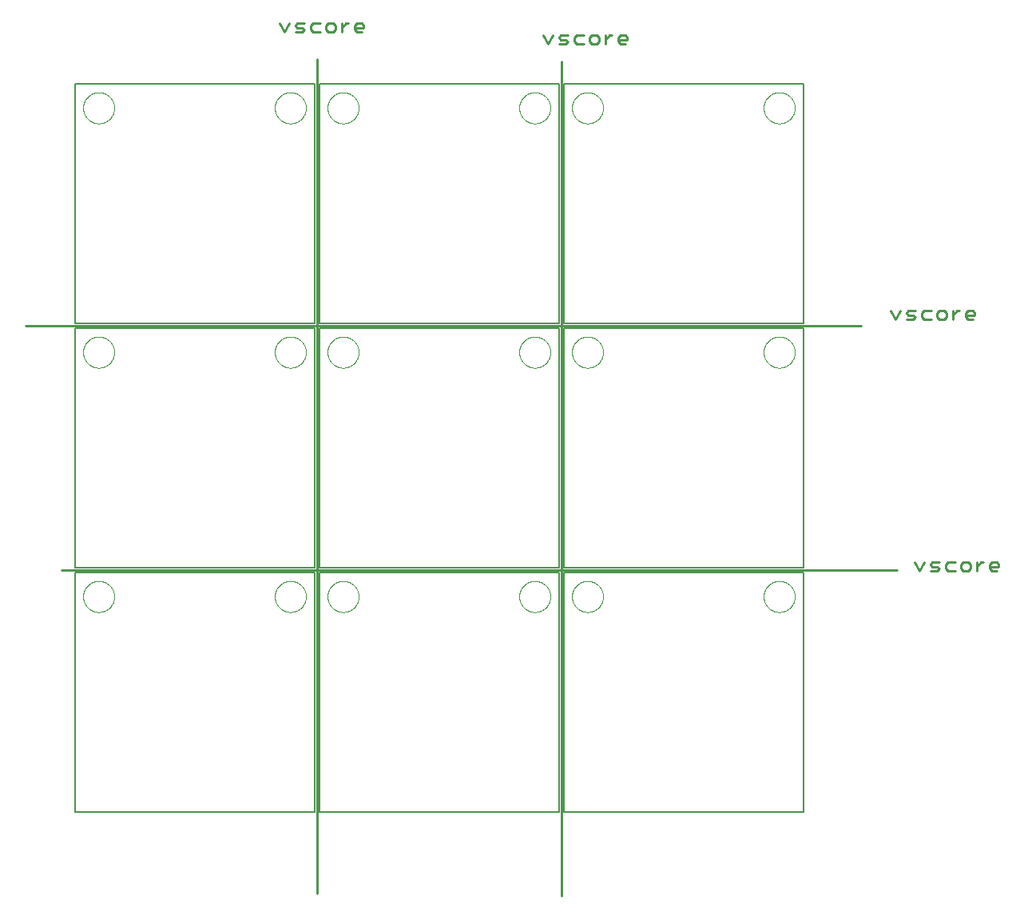
<source format=gko>
G75*
%MOIN*%
%OFA0B0*%
%FSLAX25Y25*%
%IPPOS*%
%LPD*%
%AMOC8*
5,1,8,0,0,1.08239X$1,22.5*
%
%ADD10C,0.00800*%
%ADD11C,0.01000*%
%ADD12C,0.01100*%
%ADD13C,0.00000*%
D10*
X0022000Y0036500D02*
X0122000Y0036500D01*
X0122000Y0136500D01*
X0022000Y0136500D01*
X0022000Y0036500D01*
X0124000Y0036500D02*
X0224000Y0036500D01*
X0224000Y0136500D01*
X0124000Y0136500D01*
X0124000Y0036500D01*
X0226000Y0036500D02*
X0326000Y0036500D01*
X0326000Y0136500D01*
X0226000Y0136500D01*
X0226000Y0036500D01*
X0226000Y0138500D02*
X0326000Y0138500D01*
X0326000Y0238500D01*
X0226000Y0238500D01*
X0226000Y0138500D01*
X0224000Y0138500D02*
X0124000Y0138500D01*
X0124000Y0238500D01*
X0224000Y0238500D01*
X0224000Y0138500D01*
X0122000Y0138500D02*
X0022000Y0138500D01*
X0022000Y0238500D01*
X0122000Y0238500D01*
X0122000Y0138500D01*
X0122000Y0240500D02*
X0022000Y0240500D01*
X0022000Y0340500D01*
X0122000Y0340500D01*
X0122000Y0240500D01*
X0124000Y0240500D02*
X0224000Y0240500D01*
X0224000Y0340500D01*
X0124000Y0340500D01*
X0124000Y0240500D01*
X0226000Y0240500D02*
X0326000Y0240500D01*
X0326000Y0340500D01*
X0226000Y0340500D01*
X0226000Y0240500D01*
D11*
X0225000Y0350000D02*
X0225000Y0001500D01*
X0123000Y0002500D02*
X0123000Y0351000D01*
X0001500Y0239500D02*
X0350000Y0239500D01*
X0365000Y0137500D02*
X0016500Y0137500D01*
D12*
X0219518Y0357050D02*
X0221487Y0360987D01*
X0223995Y0360003D02*
X0224980Y0360987D01*
X0227932Y0360987D01*
X0226948Y0359018D02*
X0224980Y0359018D01*
X0223995Y0360003D01*
X0223995Y0357050D02*
X0226948Y0357050D01*
X0227932Y0358034D01*
X0226948Y0359018D01*
X0230441Y0358034D02*
X0231425Y0357050D01*
X0234378Y0357050D01*
X0236886Y0358034D02*
X0237871Y0357050D01*
X0239839Y0357050D01*
X0240823Y0358034D01*
X0240823Y0360003D01*
X0239839Y0360987D01*
X0237871Y0360987D01*
X0236886Y0360003D01*
X0236886Y0358034D01*
X0234378Y0360987D02*
X0231425Y0360987D01*
X0230441Y0360003D01*
X0230441Y0358034D01*
X0219518Y0357050D02*
X0217550Y0360987D01*
X0243332Y0360987D02*
X0243332Y0357050D01*
X0243332Y0359018D02*
X0245300Y0360987D01*
X0246285Y0360987D01*
X0248703Y0360003D02*
X0249687Y0360987D01*
X0251656Y0360987D01*
X0252640Y0360003D01*
X0252640Y0359018D01*
X0248703Y0359018D01*
X0248703Y0358034D02*
X0248703Y0360003D01*
X0248703Y0358034D02*
X0249687Y0357050D01*
X0251656Y0357050D01*
X0142640Y0364018D02*
X0138703Y0364018D01*
X0138703Y0363034D02*
X0138703Y0365003D01*
X0139687Y0365987D01*
X0141656Y0365987D01*
X0142640Y0365003D01*
X0142640Y0364018D01*
X0141656Y0362050D02*
X0139687Y0362050D01*
X0138703Y0363034D01*
X0136285Y0365987D02*
X0135300Y0365987D01*
X0133332Y0364018D01*
X0133332Y0362050D02*
X0133332Y0365987D01*
X0130823Y0365003D02*
X0130823Y0363034D01*
X0129839Y0362050D01*
X0127871Y0362050D01*
X0126886Y0363034D01*
X0126886Y0365003D01*
X0127871Y0365987D01*
X0129839Y0365987D01*
X0130823Y0365003D01*
X0124378Y0365987D02*
X0121425Y0365987D01*
X0120441Y0365003D01*
X0120441Y0363034D01*
X0121425Y0362050D01*
X0124378Y0362050D01*
X0117932Y0363034D02*
X0116948Y0364018D01*
X0114980Y0364018D01*
X0113995Y0365003D01*
X0114980Y0365987D01*
X0117932Y0365987D01*
X0117932Y0363034D02*
X0116948Y0362050D01*
X0113995Y0362050D01*
X0109518Y0362050D02*
X0111487Y0365987D01*
X0107550Y0365987D02*
X0109518Y0362050D01*
X0362550Y0245987D02*
X0364518Y0242050D01*
X0366487Y0245987D01*
X0368995Y0245003D02*
X0369980Y0245987D01*
X0372932Y0245987D01*
X0371948Y0244018D02*
X0369980Y0244018D01*
X0368995Y0245003D01*
X0368995Y0242050D02*
X0371948Y0242050D01*
X0372932Y0243034D01*
X0371948Y0244018D01*
X0375441Y0243034D02*
X0376425Y0242050D01*
X0379378Y0242050D01*
X0381886Y0243034D02*
X0382871Y0242050D01*
X0384839Y0242050D01*
X0385823Y0243034D01*
X0385823Y0245003D01*
X0384839Y0245987D01*
X0382871Y0245987D01*
X0381886Y0245003D01*
X0381886Y0243034D01*
X0379378Y0245987D02*
X0376425Y0245987D01*
X0375441Y0245003D01*
X0375441Y0243034D01*
X0388332Y0242050D02*
X0388332Y0245987D01*
X0390300Y0245987D02*
X0391285Y0245987D01*
X0390300Y0245987D02*
X0388332Y0244018D01*
X0393703Y0244018D02*
X0397640Y0244018D01*
X0397640Y0245003D01*
X0396656Y0245987D01*
X0394687Y0245987D01*
X0393703Y0245003D01*
X0393703Y0243034D01*
X0394687Y0242050D01*
X0396656Y0242050D01*
X0398332Y0140987D02*
X0398332Y0137050D01*
X0398332Y0139018D02*
X0400300Y0140987D01*
X0401285Y0140987D01*
X0403703Y0140003D02*
X0404687Y0140987D01*
X0406656Y0140987D01*
X0407640Y0140003D01*
X0407640Y0139018D01*
X0403703Y0139018D01*
X0403703Y0138034D02*
X0403703Y0140003D01*
X0403703Y0138034D02*
X0404687Y0137050D01*
X0406656Y0137050D01*
X0395823Y0138034D02*
X0394839Y0137050D01*
X0392871Y0137050D01*
X0391886Y0138034D01*
X0391886Y0140003D01*
X0392871Y0140987D01*
X0394839Y0140987D01*
X0395823Y0140003D01*
X0395823Y0138034D01*
X0389378Y0137050D02*
X0386425Y0137050D01*
X0385441Y0138034D01*
X0385441Y0140003D01*
X0386425Y0140987D01*
X0389378Y0140987D01*
X0382932Y0140987D02*
X0379980Y0140987D01*
X0378995Y0140003D01*
X0379980Y0139018D01*
X0381948Y0139018D01*
X0382932Y0138034D01*
X0381948Y0137050D01*
X0378995Y0137050D01*
X0374518Y0137050D02*
X0372550Y0140987D01*
X0376487Y0140987D02*
X0374518Y0137050D01*
D13*
X0309500Y0126500D02*
X0309502Y0126661D01*
X0309508Y0126821D01*
X0309518Y0126982D01*
X0309532Y0127142D01*
X0309550Y0127302D01*
X0309571Y0127461D01*
X0309597Y0127620D01*
X0309627Y0127778D01*
X0309660Y0127935D01*
X0309698Y0128092D01*
X0309739Y0128247D01*
X0309784Y0128401D01*
X0309833Y0128554D01*
X0309886Y0128706D01*
X0309942Y0128857D01*
X0310003Y0129006D01*
X0310066Y0129154D01*
X0310134Y0129300D01*
X0310205Y0129444D01*
X0310279Y0129586D01*
X0310357Y0129727D01*
X0310439Y0129865D01*
X0310524Y0130002D01*
X0310612Y0130136D01*
X0310704Y0130268D01*
X0310799Y0130398D01*
X0310897Y0130526D01*
X0310998Y0130651D01*
X0311102Y0130773D01*
X0311209Y0130893D01*
X0311319Y0131010D01*
X0311432Y0131125D01*
X0311548Y0131236D01*
X0311667Y0131345D01*
X0311788Y0131450D01*
X0311912Y0131553D01*
X0312038Y0131653D01*
X0312166Y0131749D01*
X0312297Y0131842D01*
X0312431Y0131932D01*
X0312566Y0132019D01*
X0312704Y0132102D01*
X0312843Y0132182D01*
X0312985Y0132258D01*
X0313128Y0132331D01*
X0313273Y0132400D01*
X0313420Y0132466D01*
X0313568Y0132528D01*
X0313718Y0132586D01*
X0313869Y0132641D01*
X0314022Y0132692D01*
X0314176Y0132739D01*
X0314331Y0132782D01*
X0314487Y0132821D01*
X0314643Y0132857D01*
X0314801Y0132888D01*
X0314959Y0132916D01*
X0315118Y0132940D01*
X0315278Y0132960D01*
X0315438Y0132976D01*
X0315598Y0132988D01*
X0315759Y0132996D01*
X0315920Y0133000D01*
X0316080Y0133000D01*
X0316241Y0132996D01*
X0316402Y0132988D01*
X0316562Y0132976D01*
X0316722Y0132960D01*
X0316882Y0132940D01*
X0317041Y0132916D01*
X0317199Y0132888D01*
X0317357Y0132857D01*
X0317513Y0132821D01*
X0317669Y0132782D01*
X0317824Y0132739D01*
X0317978Y0132692D01*
X0318131Y0132641D01*
X0318282Y0132586D01*
X0318432Y0132528D01*
X0318580Y0132466D01*
X0318727Y0132400D01*
X0318872Y0132331D01*
X0319015Y0132258D01*
X0319157Y0132182D01*
X0319296Y0132102D01*
X0319434Y0132019D01*
X0319569Y0131932D01*
X0319703Y0131842D01*
X0319834Y0131749D01*
X0319962Y0131653D01*
X0320088Y0131553D01*
X0320212Y0131450D01*
X0320333Y0131345D01*
X0320452Y0131236D01*
X0320568Y0131125D01*
X0320681Y0131010D01*
X0320791Y0130893D01*
X0320898Y0130773D01*
X0321002Y0130651D01*
X0321103Y0130526D01*
X0321201Y0130398D01*
X0321296Y0130268D01*
X0321388Y0130136D01*
X0321476Y0130002D01*
X0321561Y0129865D01*
X0321643Y0129727D01*
X0321721Y0129586D01*
X0321795Y0129444D01*
X0321866Y0129300D01*
X0321934Y0129154D01*
X0321997Y0129006D01*
X0322058Y0128857D01*
X0322114Y0128706D01*
X0322167Y0128554D01*
X0322216Y0128401D01*
X0322261Y0128247D01*
X0322302Y0128092D01*
X0322340Y0127935D01*
X0322373Y0127778D01*
X0322403Y0127620D01*
X0322429Y0127461D01*
X0322450Y0127302D01*
X0322468Y0127142D01*
X0322482Y0126982D01*
X0322492Y0126821D01*
X0322498Y0126661D01*
X0322500Y0126500D01*
X0322498Y0126339D01*
X0322492Y0126179D01*
X0322482Y0126018D01*
X0322468Y0125858D01*
X0322450Y0125698D01*
X0322429Y0125539D01*
X0322403Y0125380D01*
X0322373Y0125222D01*
X0322340Y0125065D01*
X0322302Y0124908D01*
X0322261Y0124753D01*
X0322216Y0124599D01*
X0322167Y0124446D01*
X0322114Y0124294D01*
X0322058Y0124143D01*
X0321997Y0123994D01*
X0321934Y0123846D01*
X0321866Y0123700D01*
X0321795Y0123556D01*
X0321721Y0123414D01*
X0321643Y0123273D01*
X0321561Y0123135D01*
X0321476Y0122998D01*
X0321388Y0122864D01*
X0321296Y0122732D01*
X0321201Y0122602D01*
X0321103Y0122474D01*
X0321002Y0122349D01*
X0320898Y0122227D01*
X0320791Y0122107D01*
X0320681Y0121990D01*
X0320568Y0121875D01*
X0320452Y0121764D01*
X0320333Y0121655D01*
X0320212Y0121550D01*
X0320088Y0121447D01*
X0319962Y0121347D01*
X0319834Y0121251D01*
X0319703Y0121158D01*
X0319569Y0121068D01*
X0319434Y0120981D01*
X0319296Y0120898D01*
X0319157Y0120818D01*
X0319015Y0120742D01*
X0318872Y0120669D01*
X0318727Y0120600D01*
X0318580Y0120534D01*
X0318432Y0120472D01*
X0318282Y0120414D01*
X0318131Y0120359D01*
X0317978Y0120308D01*
X0317824Y0120261D01*
X0317669Y0120218D01*
X0317513Y0120179D01*
X0317357Y0120143D01*
X0317199Y0120112D01*
X0317041Y0120084D01*
X0316882Y0120060D01*
X0316722Y0120040D01*
X0316562Y0120024D01*
X0316402Y0120012D01*
X0316241Y0120004D01*
X0316080Y0120000D01*
X0315920Y0120000D01*
X0315759Y0120004D01*
X0315598Y0120012D01*
X0315438Y0120024D01*
X0315278Y0120040D01*
X0315118Y0120060D01*
X0314959Y0120084D01*
X0314801Y0120112D01*
X0314643Y0120143D01*
X0314487Y0120179D01*
X0314331Y0120218D01*
X0314176Y0120261D01*
X0314022Y0120308D01*
X0313869Y0120359D01*
X0313718Y0120414D01*
X0313568Y0120472D01*
X0313420Y0120534D01*
X0313273Y0120600D01*
X0313128Y0120669D01*
X0312985Y0120742D01*
X0312843Y0120818D01*
X0312704Y0120898D01*
X0312566Y0120981D01*
X0312431Y0121068D01*
X0312297Y0121158D01*
X0312166Y0121251D01*
X0312038Y0121347D01*
X0311912Y0121447D01*
X0311788Y0121550D01*
X0311667Y0121655D01*
X0311548Y0121764D01*
X0311432Y0121875D01*
X0311319Y0121990D01*
X0311209Y0122107D01*
X0311102Y0122227D01*
X0310998Y0122349D01*
X0310897Y0122474D01*
X0310799Y0122602D01*
X0310704Y0122732D01*
X0310612Y0122864D01*
X0310524Y0122998D01*
X0310439Y0123135D01*
X0310357Y0123273D01*
X0310279Y0123414D01*
X0310205Y0123556D01*
X0310134Y0123700D01*
X0310066Y0123846D01*
X0310003Y0123994D01*
X0309942Y0124143D01*
X0309886Y0124294D01*
X0309833Y0124446D01*
X0309784Y0124599D01*
X0309739Y0124753D01*
X0309698Y0124908D01*
X0309660Y0125065D01*
X0309627Y0125222D01*
X0309597Y0125380D01*
X0309571Y0125539D01*
X0309550Y0125698D01*
X0309532Y0125858D01*
X0309518Y0126018D01*
X0309508Y0126179D01*
X0309502Y0126339D01*
X0309500Y0126500D01*
X0229500Y0126500D02*
X0229502Y0126661D01*
X0229508Y0126821D01*
X0229518Y0126982D01*
X0229532Y0127142D01*
X0229550Y0127302D01*
X0229571Y0127461D01*
X0229597Y0127620D01*
X0229627Y0127778D01*
X0229660Y0127935D01*
X0229698Y0128092D01*
X0229739Y0128247D01*
X0229784Y0128401D01*
X0229833Y0128554D01*
X0229886Y0128706D01*
X0229942Y0128857D01*
X0230003Y0129006D01*
X0230066Y0129154D01*
X0230134Y0129300D01*
X0230205Y0129444D01*
X0230279Y0129586D01*
X0230357Y0129727D01*
X0230439Y0129865D01*
X0230524Y0130002D01*
X0230612Y0130136D01*
X0230704Y0130268D01*
X0230799Y0130398D01*
X0230897Y0130526D01*
X0230998Y0130651D01*
X0231102Y0130773D01*
X0231209Y0130893D01*
X0231319Y0131010D01*
X0231432Y0131125D01*
X0231548Y0131236D01*
X0231667Y0131345D01*
X0231788Y0131450D01*
X0231912Y0131553D01*
X0232038Y0131653D01*
X0232166Y0131749D01*
X0232297Y0131842D01*
X0232431Y0131932D01*
X0232566Y0132019D01*
X0232704Y0132102D01*
X0232843Y0132182D01*
X0232985Y0132258D01*
X0233128Y0132331D01*
X0233273Y0132400D01*
X0233420Y0132466D01*
X0233568Y0132528D01*
X0233718Y0132586D01*
X0233869Y0132641D01*
X0234022Y0132692D01*
X0234176Y0132739D01*
X0234331Y0132782D01*
X0234487Y0132821D01*
X0234643Y0132857D01*
X0234801Y0132888D01*
X0234959Y0132916D01*
X0235118Y0132940D01*
X0235278Y0132960D01*
X0235438Y0132976D01*
X0235598Y0132988D01*
X0235759Y0132996D01*
X0235920Y0133000D01*
X0236080Y0133000D01*
X0236241Y0132996D01*
X0236402Y0132988D01*
X0236562Y0132976D01*
X0236722Y0132960D01*
X0236882Y0132940D01*
X0237041Y0132916D01*
X0237199Y0132888D01*
X0237357Y0132857D01*
X0237513Y0132821D01*
X0237669Y0132782D01*
X0237824Y0132739D01*
X0237978Y0132692D01*
X0238131Y0132641D01*
X0238282Y0132586D01*
X0238432Y0132528D01*
X0238580Y0132466D01*
X0238727Y0132400D01*
X0238872Y0132331D01*
X0239015Y0132258D01*
X0239157Y0132182D01*
X0239296Y0132102D01*
X0239434Y0132019D01*
X0239569Y0131932D01*
X0239703Y0131842D01*
X0239834Y0131749D01*
X0239962Y0131653D01*
X0240088Y0131553D01*
X0240212Y0131450D01*
X0240333Y0131345D01*
X0240452Y0131236D01*
X0240568Y0131125D01*
X0240681Y0131010D01*
X0240791Y0130893D01*
X0240898Y0130773D01*
X0241002Y0130651D01*
X0241103Y0130526D01*
X0241201Y0130398D01*
X0241296Y0130268D01*
X0241388Y0130136D01*
X0241476Y0130002D01*
X0241561Y0129865D01*
X0241643Y0129727D01*
X0241721Y0129586D01*
X0241795Y0129444D01*
X0241866Y0129300D01*
X0241934Y0129154D01*
X0241997Y0129006D01*
X0242058Y0128857D01*
X0242114Y0128706D01*
X0242167Y0128554D01*
X0242216Y0128401D01*
X0242261Y0128247D01*
X0242302Y0128092D01*
X0242340Y0127935D01*
X0242373Y0127778D01*
X0242403Y0127620D01*
X0242429Y0127461D01*
X0242450Y0127302D01*
X0242468Y0127142D01*
X0242482Y0126982D01*
X0242492Y0126821D01*
X0242498Y0126661D01*
X0242500Y0126500D01*
X0242498Y0126339D01*
X0242492Y0126179D01*
X0242482Y0126018D01*
X0242468Y0125858D01*
X0242450Y0125698D01*
X0242429Y0125539D01*
X0242403Y0125380D01*
X0242373Y0125222D01*
X0242340Y0125065D01*
X0242302Y0124908D01*
X0242261Y0124753D01*
X0242216Y0124599D01*
X0242167Y0124446D01*
X0242114Y0124294D01*
X0242058Y0124143D01*
X0241997Y0123994D01*
X0241934Y0123846D01*
X0241866Y0123700D01*
X0241795Y0123556D01*
X0241721Y0123414D01*
X0241643Y0123273D01*
X0241561Y0123135D01*
X0241476Y0122998D01*
X0241388Y0122864D01*
X0241296Y0122732D01*
X0241201Y0122602D01*
X0241103Y0122474D01*
X0241002Y0122349D01*
X0240898Y0122227D01*
X0240791Y0122107D01*
X0240681Y0121990D01*
X0240568Y0121875D01*
X0240452Y0121764D01*
X0240333Y0121655D01*
X0240212Y0121550D01*
X0240088Y0121447D01*
X0239962Y0121347D01*
X0239834Y0121251D01*
X0239703Y0121158D01*
X0239569Y0121068D01*
X0239434Y0120981D01*
X0239296Y0120898D01*
X0239157Y0120818D01*
X0239015Y0120742D01*
X0238872Y0120669D01*
X0238727Y0120600D01*
X0238580Y0120534D01*
X0238432Y0120472D01*
X0238282Y0120414D01*
X0238131Y0120359D01*
X0237978Y0120308D01*
X0237824Y0120261D01*
X0237669Y0120218D01*
X0237513Y0120179D01*
X0237357Y0120143D01*
X0237199Y0120112D01*
X0237041Y0120084D01*
X0236882Y0120060D01*
X0236722Y0120040D01*
X0236562Y0120024D01*
X0236402Y0120012D01*
X0236241Y0120004D01*
X0236080Y0120000D01*
X0235920Y0120000D01*
X0235759Y0120004D01*
X0235598Y0120012D01*
X0235438Y0120024D01*
X0235278Y0120040D01*
X0235118Y0120060D01*
X0234959Y0120084D01*
X0234801Y0120112D01*
X0234643Y0120143D01*
X0234487Y0120179D01*
X0234331Y0120218D01*
X0234176Y0120261D01*
X0234022Y0120308D01*
X0233869Y0120359D01*
X0233718Y0120414D01*
X0233568Y0120472D01*
X0233420Y0120534D01*
X0233273Y0120600D01*
X0233128Y0120669D01*
X0232985Y0120742D01*
X0232843Y0120818D01*
X0232704Y0120898D01*
X0232566Y0120981D01*
X0232431Y0121068D01*
X0232297Y0121158D01*
X0232166Y0121251D01*
X0232038Y0121347D01*
X0231912Y0121447D01*
X0231788Y0121550D01*
X0231667Y0121655D01*
X0231548Y0121764D01*
X0231432Y0121875D01*
X0231319Y0121990D01*
X0231209Y0122107D01*
X0231102Y0122227D01*
X0230998Y0122349D01*
X0230897Y0122474D01*
X0230799Y0122602D01*
X0230704Y0122732D01*
X0230612Y0122864D01*
X0230524Y0122998D01*
X0230439Y0123135D01*
X0230357Y0123273D01*
X0230279Y0123414D01*
X0230205Y0123556D01*
X0230134Y0123700D01*
X0230066Y0123846D01*
X0230003Y0123994D01*
X0229942Y0124143D01*
X0229886Y0124294D01*
X0229833Y0124446D01*
X0229784Y0124599D01*
X0229739Y0124753D01*
X0229698Y0124908D01*
X0229660Y0125065D01*
X0229627Y0125222D01*
X0229597Y0125380D01*
X0229571Y0125539D01*
X0229550Y0125698D01*
X0229532Y0125858D01*
X0229518Y0126018D01*
X0229508Y0126179D01*
X0229502Y0126339D01*
X0229500Y0126500D01*
X0207500Y0126500D02*
X0207502Y0126661D01*
X0207508Y0126821D01*
X0207518Y0126982D01*
X0207532Y0127142D01*
X0207550Y0127302D01*
X0207571Y0127461D01*
X0207597Y0127620D01*
X0207627Y0127778D01*
X0207660Y0127935D01*
X0207698Y0128092D01*
X0207739Y0128247D01*
X0207784Y0128401D01*
X0207833Y0128554D01*
X0207886Y0128706D01*
X0207942Y0128857D01*
X0208003Y0129006D01*
X0208066Y0129154D01*
X0208134Y0129300D01*
X0208205Y0129444D01*
X0208279Y0129586D01*
X0208357Y0129727D01*
X0208439Y0129865D01*
X0208524Y0130002D01*
X0208612Y0130136D01*
X0208704Y0130268D01*
X0208799Y0130398D01*
X0208897Y0130526D01*
X0208998Y0130651D01*
X0209102Y0130773D01*
X0209209Y0130893D01*
X0209319Y0131010D01*
X0209432Y0131125D01*
X0209548Y0131236D01*
X0209667Y0131345D01*
X0209788Y0131450D01*
X0209912Y0131553D01*
X0210038Y0131653D01*
X0210166Y0131749D01*
X0210297Y0131842D01*
X0210431Y0131932D01*
X0210566Y0132019D01*
X0210704Y0132102D01*
X0210843Y0132182D01*
X0210985Y0132258D01*
X0211128Y0132331D01*
X0211273Y0132400D01*
X0211420Y0132466D01*
X0211568Y0132528D01*
X0211718Y0132586D01*
X0211869Y0132641D01*
X0212022Y0132692D01*
X0212176Y0132739D01*
X0212331Y0132782D01*
X0212487Y0132821D01*
X0212643Y0132857D01*
X0212801Y0132888D01*
X0212959Y0132916D01*
X0213118Y0132940D01*
X0213278Y0132960D01*
X0213438Y0132976D01*
X0213598Y0132988D01*
X0213759Y0132996D01*
X0213920Y0133000D01*
X0214080Y0133000D01*
X0214241Y0132996D01*
X0214402Y0132988D01*
X0214562Y0132976D01*
X0214722Y0132960D01*
X0214882Y0132940D01*
X0215041Y0132916D01*
X0215199Y0132888D01*
X0215357Y0132857D01*
X0215513Y0132821D01*
X0215669Y0132782D01*
X0215824Y0132739D01*
X0215978Y0132692D01*
X0216131Y0132641D01*
X0216282Y0132586D01*
X0216432Y0132528D01*
X0216580Y0132466D01*
X0216727Y0132400D01*
X0216872Y0132331D01*
X0217015Y0132258D01*
X0217157Y0132182D01*
X0217296Y0132102D01*
X0217434Y0132019D01*
X0217569Y0131932D01*
X0217703Y0131842D01*
X0217834Y0131749D01*
X0217962Y0131653D01*
X0218088Y0131553D01*
X0218212Y0131450D01*
X0218333Y0131345D01*
X0218452Y0131236D01*
X0218568Y0131125D01*
X0218681Y0131010D01*
X0218791Y0130893D01*
X0218898Y0130773D01*
X0219002Y0130651D01*
X0219103Y0130526D01*
X0219201Y0130398D01*
X0219296Y0130268D01*
X0219388Y0130136D01*
X0219476Y0130002D01*
X0219561Y0129865D01*
X0219643Y0129727D01*
X0219721Y0129586D01*
X0219795Y0129444D01*
X0219866Y0129300D01*
X0219934Y0129154D01*
X0219997Y0129006D01*
X0220058Y0128857D01*
X0220114Y0128706D01*
X0220167Y0128554D01*
X0220216Y0128401D01*
X0220261Y0128247D01*
X0220302Y0128092D01*
X0220340Y0127935D01*
X0220373Y0127778D01*
X0220403Y0127620D01*
X0220429Y0127461D01*
X0220450Y0127302D01*
X0220468Y0127142D01*
X0220482Y0126982D01*
X0220492Y0126821D01*
X0220498Y0126661D01*
X0220500Y0126500D01*
X0220498Y0126339D01*
X0220492Y0126179D01*
X0220482Y0126018D01*
X0220468Y0125858D01*
X0220450Y0125698D01*
X0220429Y0125539D01*
X0220403Y0125380D01*
X0220373Y0125222D01*
X0220340Y0125065D01*
X0220302Y0124908D01*
X0220261Y0124753D01*
X0220216Y0124599D01*
X0220167Y0124446D01*
X0220114Y0124294D01*
X0220058Y0124143D01*
X0219997Y0123994D01*
X0219934Y0123846D01*
X0219866Y0123700D01*
X0219795Y0123556D01*
X0219721Y0123414D01*
X0219643Y0123273D01*
X0219561Y0123135D01*
X0219476Y0122998D01*
X0219388Y0122864D01*
X0219296Y0122732D01*
X0219201Y0122602D01*
X0219103Y0122474D01*
X0219002Y0122349D01*
X0218898Y0122227D01*
X0218791Y0122107D01*
X0218681Y0121990D01*
X0218568Y0121875D01*
X0218452Y0121764D01*
X0218333Y0121655D01*
X0218212Y0121550D01*
X0218088Y0121447D01*
X0217962Y0121347D01*
X0217834Y0121251D01*
X0217703Y0121158D01*
X0217569Y0121068D01*
X0217434Y0120981D01*
X0217296Y0120898D01*
X0217157Y0120818D01*
X0217015Y0120742D01*
X0216872Y0120669D01*
X0216727Y0120600D01*
X0216580Y0120534D01*
X0216432Y0120472D01*
X0216282Y0120414D01*
X0216131Y0120359D01*
X0215978Y0120308D01*
X0215824Y0120261D01*
X0215669Y0120218D01*
X0215513Y0120179D01*
X0215357Y0120143D01*
X0215199Y0120112D01*
X0215041Y0120084D01*
X0214882Y0120060D01*
X0214722Y0120040D01*
X0214562Y0120024D01*
X0214402Y0120012D01*
X0214241Y0120004D01*
X0214080Y0120000D01*
X0213920Y0120000D01*
X0213759Y0120004D01*
X0213598Y0120012D01*
X0213438Y0120024D01*
X0213278Y0120040D01*
X0213118Y0120060D01*
X0212959Y0120084D01*
X0212801Y0120112D01*
X0212643Y0120143D01*
X0212487Y0120179D01*
X0212331Y0120218D01*
X0212176Y0120261D01*
X0212022Y0120308D01*
X0211869Y0120359D01*
X0211718Y0120414D01*
X0211568Y0120472D01*
X0211420Y0120534D01*
X0211273Y0120600D01*
X0211128Y0120669D01*
X0210985Y0120742D01*
X0210843Y0120818D01*
X0210704Y0120898D01*
X0210566Y0120981D01*
X0210431Y0121068D01*
X0210297Y0121158D01*
X0210166Y0121251D01*
X0210038Y0121347D01*
X0209912Y0121447D01*
X0209788Y0121550D01*
X0209667Y0121655D01*
X0209548Y0121764D01*
X0209432Y0121875D01*
X0209319Y0121990D01*
X0209209Y0122107D01*
X0209102Y0122227D01*
X0208998Y0122349D01*
X0208897Y0122474D01*
X0208799Y0122602D01*
X0208704Y0122732D01*
X0208612Y0122864D01*
X0208524Y0122998D01*
X0208439Y0123135D01*
X0208357Y0123273D01*
X0208279Y0123414D01*
X0208205Y0123556D01*
X0208134Y0123700D01*
X0208066Y0123846D01*
X0208003Y0123994D01*
X0207942Y0124143D01*
X0207886Y0124294D01*
X0207833Y0124446D01*
X0207784Y0124599D01*
X0207739Y0124753D01*
X0207698Y0124908D01*
X0207660Y0125065D01*
X0207627Y0125222D01*
X0207597Y0125380D01*
X0207571Y0125539D01*
X0207550Y0125698D01*
X0207532Y0125858D01*
X0207518Y0126018D01*
X0207508Y0126179D01*
X0207502Y0126339D01*
X0207500Y0126500D01*
X0127500Y0126500D02*
X0127502Y0126661D01*
X0127508Y0126821D01*
X0127518Y0126982D01*
X0127532Y0127142D01*
X0127550Y0127302D01*
X0127571Y0127461D01*
X0127597Y0127620D01*
X0127627Y0127778D01*
X0127660Y0127935D01*
X0127698Y0128092D01*
X0127739Y0128247D01*
X0127784Y0128401D01*
X0127833Y0128554D01*
X0127886Y0128706D01*
X0127942Y0128857D01*
X0128003Y0129006D01*
X0128066Y0129154D01*
X0128134Y0129300D01*
X0128205Y0129444D01*
X0128279Y0129586D01*
X0128357Y0129727D01*
X0128439Y0129865D01*
X0128524Y0130002D01*
X0128612Y0130136D01*
X0128704Y0130268D01*
X0128799Y0130398D01*
X0128897Y0130526D01*
X0128998Y0130651D01*
X0129102Y0130773D01*
X0129209Y0130893D01*
X0129319Y0131010D01*
X0129432Y0131125D01*
X0129548Y0131236D01*
X0129667Y0131345D01*
X0129788Y0131450D01*
X0129912Y0131553D01*
X0130038Y0131653D01*
X0130166Y0131749D01*
X0130297Y0131842D01*
X0130431Y0131932D01*
X0130566Y0132019D01*
X0130704Y0132102D01*
X0130843Y0132182D01*
X0130985Y0132258D01*
X0131128Y0132331D01*
X0131273Y0132400D01*
X0131420Y0132466D01*
X0131568Y0132528D01*
X0131718Y0132586D01*
X0131869Y0132641D01*
X0132022Y0132692D01*
X0132176Y0132739D01*
X0132331Y0132782D01*
X0132487Y0132821D01*
X0132643Y0132857D01*
X0132801Y0132888D01*
X0132959Y0132916D01*
X0133118Y0132940D01*
X0133278Y0132960D01*
X0133438Y0132976D01*
X0133598Y0132988D01*
X0133759Y0132996D01*
X0133920Y0133000D01*
X0134080Y0133000D01*
X0134241Y0132996D01*
X0134402Y0132988D01*
X0134562Y0132976D01*
X0134722Y0132960D01*
X0134882Y0132940D01*
X0135041Y0132916D01*
X0135199Y0132888D01*
X0135357Y0132857D01*
X0135513Y0132821D01*
X0135669Y0132782D01*
X0135824Y0132739D01*
X0135978Y0132692D01*
X0136131Y0132641D01*
X0136282Y0132586D01*
X0136432Y0132528D01*
X0136580Y0132466D01*
X0136727Y0132400D01*
X0136872Y0132331D01*
X0137015Y0132258D01*
X0137157Y0132182D01*
X0137296Y0132102D01*
X0137434Y0132019D01*
X0137569Y0131932D01*
X0137703Y0131842D01*
X0137834Y0131749D01*
X0137962Y0131653D01*
X0138088Y0131553D01*
X0138212Y0131450D01*
X0138333Y0131345D01*
X0138452Y0131236D01*
X0138568Y0131125D01*
X0138681Y0131010D01*
X0138791Y0130893D01*
X0138898Y0130773D01*
X0139002Y0130651D01*
X0139103Y0130526D01*
X0139201Y0130398D01*
X0139296Y0130268D01*
X0139388Y0130136D01*
X0139476Y0130002D01*
X0139561Y0129865D01*
X0139643Y0129727D01*
X0139721Y0129586D01*
X0139795Y0129444D01*
X0139866Y0129300D01*
X0139934Y0129154D01*
X0139997Y0129006D01*
X0140058Y0128857D01*
X0140114Y0128706D01*
X0140167Y0128554D01*
X0140216Y0128401D01*
X0140261Y0128247D01*
X0140302Y0128092D01*
X0140340Y0127935D01*
X0140373Y0127778D01*
X0140403Y0127620D01*
X0140429Y0127461D01*
X0140450Y0127302D01*
X0140468Y0127142D01*
X0140482Y0126982D01*
X0140492Y0126821D01*
X0140498Y0126661D01*
X0140500Y0126500D01*
X0140498Y0126339D01*
X0140492Y0126179D01*
X0140482Y0126018D01*
X0140468Y0125858D01*
X0140450Y0125698D01*
X0140429Y0125539D01*
X0140403Y0125380D01*
X0140373Y0125222D01*
X0140340Y0125065D01*
X0140302Y0124908D01*
X0140261Y0124753D01*
X0140216Y0124599D01*
X0140167Y0124446D01*
X0140114Y0124294D01*
X0140058Y0124143D01*
X0139997Y0123994D01*
X0139934Y0123846D01*
X0139866Y0123700D01*
X0139795Y0123556D01*
X0139721Y0123414D01*
X0139643Y0123273D01*
X0139561Y0123135D01*
X0139476Y0122998D01*
X0139388Y0122864D01*
X0139296Y0122732D01*
X0139201Y0122602D01*
X0139103Y0122474D01*
X0139002Y0122349D01*
X0138898Y0122227D01*
X0138791Y0122107D01*
X0138681Y0121990D01*
X0138568Y0121875D01*
X0138452Y0121764D01*
X0138333Y0121655D01*
X0138212Y0121550D01*
X0138088Y0121447D01*
X0137962Y0121347D01*
X0137834Y0121251D01*
X0137703Y0121158D01*
X0137569Y0121068D01*
X0137434Y0120981D01*
X0137296Y0120898D01*
X0137157Y0120818D01*
X0137015Y0120742D01*
X0136872Y0120669D01*
X0136727Y0120600D01*
X0136580Y0120534D01*
X0136432Y0120472D01*
X0136282Y0120414D01*
X0136131Y0120359D01*
X0135978Y0120308D01*
X0135824Y0120261D01*
X0135669Y0120218D01*
X0135513Y0120179D01*
X0135357Y0120143D01*
X0135199Y0120112D01*
X0135041Y0120084D01*
X0134882Y0120060D01*
X0134722Y0120040D01*
X0134562Y0120024D01*
X0134402Y0120012D01*
X0134241Y0120004D01*
X0134080Y0120000D01*
X0133920Y0120000D01*
X0133759Y0120004D01*
X0133598Y0120012D01*
X0133438Y0120024D01*
X0133278Y0120040D01*
X0133118Y0120060D01*
X0132959Y0120084D01*
X0132801Y0120112D01*
X0132643Y0120143D01*
X0132487Y0120179D01*
X0132331Y0120218D01*
X0132176Y0120261D01*
X0132022Y0120308D01*
X0131869Y0120359D01*
X0131718Y0120414D01*
X0131568Y0120472D01*
X0131420Y0120534D01*
X0131273Y0120600D01*
X0131128Y0120669D01*
X0130985Y0120742D01*
X0130843Y0120818D01*
X0130704Y0120898D01*
X0130566Y0120981D01*
X0130431Y0121068D01*
X0130297Y0121158D01*
X0130166Y0121251D01*
X0130038Y0121347D01*
X0129912Y0121447D01*
X0129788Y0121550D01*
X0129667Y0121655D01*
X0129548Y0121764D01*
X0129432Y0121875D01*
X0129319Y0121990D01*
X0129209Y0122107D01*
X0129102Y0122227D01*
X0128998Y0122349D01*
X0128897Y0122474D01*
X0128799Y0122602D01*
X0128704Y0122732D01*
X0128612Y0122864D01*
X0128524Y0122998D01*
X0128439Y0123135D01*
X0128357Y0123273D01*
X0128279Y0123414D01*
X0128205Y0123556D01*
X0128134Y0123700D01*
X0128066Y0123846D01*
X0128003Y0123994D01*
X0127942Y0124143D01*
X0127886Y0124294D01*
X0127833Y0124446D01*
X0127784Y0124599D01*
X0127739Y0124753D01*
X0127698Y0124908D01*
X0127660Y0125065D01*
X0127627Y0125222D01*
X0127597Y0125380D01*
X0127571Y0125539D01*
X0127550Y0125698D01*
X0127532Y0125858D01*
X0127518Y0126018D01*
X0127508Y0126179D01*
X0127502Y0126339D01*
X0127500Y0126500D01*
X0105500Y0126500D02*
X0105502Y0126661D01*
X0105508Y0126821D01*
X0105518Y0126982D01*
X0105532Y0127142D01*
X0105550Y0127302D01*
X0105571Y0127461D01*
X0105597Y0127620D01*
X0105627Y0127778D01*
X0105660Y0127935D01*
X0105698Y0128092D01*
X0105739Y0128247D01*
X0105784Y0128401D01*
X0105833Y0128554D01*
X0105886Y0128706D01*
X0105942Y0128857D01*
X0106003Y0129006D01*
X0106066Y0129154D01*
X0106134Y0129300D01*
X0106205Y0129444D01*
X0106279Y0129586D01*
X0106357Y0129727D01*
X0106439Y0129865D01*
X0106524Y0130002D01*
X0106612Y0130136D01*
X0106704Y0130268D01*
X0106799Y0130398D01*
X0106897Y0130526D01*
X0106998Y0130651D01*
X0107102Y0130773D01*
X0107209Y0130893D01*
X0107319Y0131010D01*
X0107432Y0131125D01*
X0107548Y0131236D01*
X0107667Y0131345D01*
X0107788Y0131450D01*
X0107912Y0131553D01*
X0108038Y0131653D01*
X0108166Y0131749D01*
X0108297Y0131842D01*
X0108431Y0131932D01*
X0108566Y0132019D01*
X0108704Y0132102D01*
X0108843Y0132182D01*
X0108985Y0132258D01*
X0109128Y0132331D01*
X0109273Y0132400D01*
X0109420Y0132466D01*
X0109568Y0132528D01*
X0109718Y0132586D01*
X0109869Y0132641D01*
X0110022Y0132692D01*
X0110176Y0132739D01*
X0110331Y0132782D01*
X0110487Y0132821D01*
X0110643Y0132857D01*
X0110801Y0132888D01*
X0110959Y0132916D01*
X0111118Y0132940D01*
X0111278Y0132960D01*
X0111438Y0132976D01*
X0111598Y0132988D01*
X0111759Y0132996D01*
X0111920Y0133000D01*
X0112080Y0133000D01*
X0112241Y0132996D01*
X0112402Y0132988D01*
X0112562Y0132976D01*
X0112722Y0132960D01*
X0112882Y0132940D01*
X0113041Y0132916D01*
X0113199Y0132888D01*
X0113357Y0132857D01*
X0113513Y0132821D01*
X0113669Y0132782D01*
X0113824Y0132739D01*
X0113978Y0132692D01*
X0114131Y0132641D01*
X0114282Y0132586D01*
X0114432Y0132528D01*
X0114580Y0132466D01*
X0114727Y0132400D01*
X0114872Y0132331D01*
X0115015Y0132258D01*
X0115157Y0132182D01*
X0115296Y0132102D01*
X0115434Y0132019D01*
X0115569Y0131932D01*
X0115703Y0131842D01*
X0115834Y0131749D01*
X0115962Y0131653D01*
X0116088Y0131553D01*
X0116212Y0131450D01*
X0116333Y0131345D01*
X0116452Y0131236D01*
X0116568Y0131125D01*
X0116681Y0131010D01*
X0116791Y0130893D01*
X0116898Y0130773D01*
X0117002Y0130651D01*
X0117103Y0130526D01*
X0117201Y0130398D01*
X0117296Y0130268D01*
X0117388Y0130136D01*
X0117476Y0130002D01*
X0117561Y0129865D01*
X0117643Y0129727D01*
X0117721Y0129586D01*
X0117795Y0129444D01*
X0117866Y0129300D01*
X0117934Y0129154D01*
X0117997Y0129006D01*
X0118058Y0128857D01*
X0118114Y0128706D01*
X0118167Y0128554D01*
X0118216Y0128401D01*
X0118261Y0128247D01*
X0118302Y0128092D01*
X0118340Y0127935D01*
X0118373Y0127778D01*
X0118403Y0127620D01*
X0118429Y0127461D01*
X0118450Y0127302D01*
X0118468Y0127142D01*
X0118482Y0126982D01*
X0118492Y0126821D01*
X0118498Y0126661D01*
X0118500Y0126500D01*
X0118498Y0126339D01*
X0118492Y0126179D01*
X0118482Y0126018D01*
X0118468Y0125858D01*
X0118450Y0125698D01*
X0118429Y0125539D01*
X0118403Y0125380D01*
X0118373Y0125222D01*
X0118340Y0125065D01*
X0118302Y0124908D01*
X0118261Y0124753D01*
X0118216Y0124599D01*
X0118167Y0124446D01*
X0118114Y0124294D01*
X0118058Y0124143D01*
X0117997Y0123994D01*
X0117934Y0123846D01*
X0117866Y0123700D01*
X0117795Y0123556D01*
X0117721Y0123414D01*
X0117643Y0123273D01*
X0117561Y0123135D01*
X0117476Y0122998D01*
X0117388Y0122864D01*
X0117296Y0122732D01*
X0117201Y0122602D01*
X0117103Y0122474D01*
X0117002Y0122349D01*
X0116898Y0122227D01*
X0116791Y0122107D01*
X0116681Y0121990D01*
X0116568Y0121875D01*
X0116452Y0121764D01*
X0116333Y0121655D01*
X0116212Y0121550D01*
X0116088Y0121447D01*
X0115962Y0121347D01*
X0115834Y0121251D01*
X0115703Y0121158D01*
X0115569Y0121068D01*
X0115434Y0120981D01*
X0115296Y0120898D01*
X0115157Y0120818D01*
X0115015Y0120742D01*
X0114872Y0120669D01*
X0114727Y0120600D01*
X0114580Y0120534D01*
X0114432Y0120472D01*
X0114282Y0120414D01*
X0114131Y0120359D01*
X0113978Y0120308D01*
X0113824Y0120261D01*
X0113669Y0120218D01*
X0113513Y0120179D01*
X0113357Y0120143D01*
X0113199Y0120112D01*
X0113041Y0120084D01*
X0112882Y0120060D01*
X0112722Y0120040D01*
X0112562Y0120024D01*
X0112402Y0120012D01*
X0112241Y0120004D01*
X0112080Y0120000D01*
X0111920Y0120000D01*
X0111759Y0120004D01*
X0111598Y0120012D01*
X0111438Y0120024D01*
X0111278Y0120040D01*
X0111118Y0120060D01*
X0110959Y0120084D01*
X0110801Y0120112D01*
X0110643Y0120143D01*
X0110487Y0120179D01*
X0110331Y0120218D01*
X0110176Y0120261D01*
X0110022Y0120308D01*
X0109869Y0120359D01*
X0109718Y0120414D01*
X0109568Y0120472D01*
X0109420Y0120534D01*
X0109273Y0120600D01*
X0109128Y0120669D01*
X0108985Y0120742D01*
X0108843Y0120818D01*
X0108704Y0120898D01*
X0108566Y0120981D01*
X0108431Y0121068D01*
X0108297Y0121158D01*
X0108166Y0121251D01*
X0108038Y0121347D01*
X0107912Y0121447D01*
X0107788Y0121550D01*
X0107667Y0121655D01*
X0107548Y0121764D01*
X0107432Y0121875D01*
X0107319Y0121990D01*
X0107209Y0122107D01*
X0107102Y0122227D01*
X0106998Y0122349D01*
X0106897Y0122474D01*
X0106799Y0122602D01*
X0106704Y0122732D01*
X0106612Y0122864D01*
X0106524Y0122998D01*
X0106439Y0123135D01*
X0106357Y0123273D01*
X0106279Y0123414D01*
X0106205Y0123556D01*
X0106134Y0123700D01*
X0106066Y0123846D01*
X0106003Y0123994D01*
X0105942Y0124143D01*
X0105886Y0124294D01*
X0105833Y0124446D01*
X0105784Y0124599D01*
X0105739Y0124753D01*
X0105698Y0124908D01*
X0105660Y0125065D01*
X0105627Y0125222D01*
X0105597Y0125380D01*
X0105571Y0125539D01*
X0105550Y0125698D01*
X0105532Y0125858D01*
X0105518Y0126018D01*
X0105508Y0126179D01*
X0105502Y0126339D01*
X0105500Y0126500D01*
X0025500Y0126500D02*
X0025502Y0126661D01*
X0025508Y0126821D01*
X0025518Y0126982D01*
X0025532Y0127142D01*
X0025550Y0127302D01*
X0025571Y0127461D01*
X0025597Y0127620D01*
X0025627Y0127778D01*
X0025660Y0127935D01*
X0025698Y0128092D01*
X0025739Y0128247D01*
X0025784Y0128401D01*
X0025833Y0128554D01*
X0025886Y0128706D01*
X0025942Y0128857D01*
X0026003Y0129006D01*
X0026066Y0129154D01*
X0026134Y0129300D01*
X0026205Y0129444D01*
X0026279Y0129586D01*
X0026357Y0129727D01*
X0026439Y0129865D01*
X0026524Y0130002D01*
X0026612Y0130136D01*
X0026704Y0130268D01*
X0026799Y0130398D01*
X0026897Y0130526D01*
X0026998Y0130651D01*
X0027102Y0130773D01*
X0027209Y0130893D01*
X0027319Y0131010D01*
X0027432Y0131125D01*
X0027548Y0131236D01*
X0027667Y0131345D01*
X0027788Y0131450D01*
X0027912Y0131553D01*
X0028038Y0131653D01*
X0028166Y0131749D01*
X0028297Y0131842D01*
X0028431Y0131932D01*
X0028566Y0132019D01*
X0028704Y0132102D01*
X0028843Y0132182D01*
X0028985Y0132258D01*
X0029128Y0132331D01*
X0029273Y0132400D01*
X0029420Y0132466D01*
X0029568Y0132528D01*
X0029718Y0132586D01*
X0029869Y0132641D01*
X0030022Y0132692D01*
X0030176Y0132739D01*
X0030331Y0132782D01*
X0030487Y0132821D01*
X0030643Y0132857D01*
X0030801Y0132888D01*
X0030959Y0132916D01*
X0031118Y0132940D01*
X0031278Y0132960D01*
X0031438Y0132976D01*
X0031598Y0132988D01*
X0031759Y0132996D01*
X0031920Y0133000D01*
X0032080Y0133000D01*
X0032241Y0132996D01*
X0032402Y0132988D01*
X0032562Y0132976D01*
X0032722Y0132960D01*
X0032882Y0132940D01*
X0033041Y0132916D01*
X0033199Y0132888D01*
X0033357Y0132857D01*
X0033513Y0132821D01*
X0033669Y0132782D01*
X0033824Y0132739D01*
X0033978Y0132692D01*
X0034131Y0132641D01*
X0034282Y0132586D01*
X0034432Y0132528D01*
X0034580Y0132466D01*
X0034727Y0132400D01*
X0034872Y0132331D01*
X0035015Y0132258D01*
X0035157Y0132182D01*
X0035296Y0132102D01*
X0035434Y0132019D01*
X0035569Y0131932D01*
X0035703Y0131842D01*
X0035834Y0131749D01*
X0035962Y0131653D01*
X0036088Y0131553D01*
X0036212Y0131450D01*
X0036333Y0131345D01*
X0036452Y0131236D01*
X0036568Y0131125D01*
X0036681Y0131010D01*
X0036791Y0130893D01*
X0036898Y0130773D01*
X0037002Y0130651D01*
X0037103Y0130526D01*
X0037201Y0130398D01*
X0037296Y0130268D01*
X0037388Y0130136D01*
X0037476Y0130002D01*
X0037561Y0129865D01*
X0037643Y0129727D01*
X0037721Y0129586D01*
X0037795Y0129444D01*
X0037866Y0129300D01*
X0037934Y0129154D01*
X0037997Y0129006D01*
X0038058Y0128857D01*
X0038114Y0128706D01*
X0038167Y0128554D01*
X0038216Y0128401D01*
X0038261Y0128247D01*
X0038302Y0128092D01*
X0038340Y0127935D01*
X0038373Y0127778D01*
X0038403Y0127620D01*
X0038429Y0127461D01*
X0038450Y0127302D01*
X0038468Y0127142D01*
X0038482Y0126982D01*
X0038492Y0126821D01*
X0038498Y0126661D01*
X0038500Y0126500D01*
X0038498Y0126339D01*
X0038492Y0126179D01*
X0038482Y0126018D01*
X0038468Y0125858D01*
X0038450Y0125698D01*
X0038429Y0125539D01*
X0038403Y0125380D01*
X0038373Y0125222D01*
X0038340Y0125065D01*
X0038302Y0124908D01*
X0038261Y0124753D01*
X0038216Y0124599D01*
X0038167Y0124446D01*
X0038114Y0124294D01*
X0038058Y0124143D01*
X0037997Y0123994D01*
X0037934Y0123846D01*
X0037866Y0123700D01*
X0037795Y0123556D01*
X0037721Y0123414D01*
X0037643Y0123273D01*
X0037561Y0123135D01*
X0037476Y0122998D01*
X0037388Y0122864D01*
X0037296Y0122732D01*
X0037201Y0122602D01*
X0037103Y0122474D01*
X0037002Y0122349D01*
X0036898Y0122227D01*
X0036791Y0122107D01*
X0036681Y0121990D01*
X0036568Y0121875D01*
X0036452Y0121764D01*
X0036333Y0121655D01*
X0036212Y0121550D01*
X0036088Y0121447D01*
X0035962Y0121347D01*
X0035834Y0121251D01*
X0035703Y0121158D01*
X0035569Y0121068D01*
X0035434Y0120981D01*
X0035296Y0120898D01*
X0035157Y0120818D01*
X0035015Y0120742D01*
X0034872Y0120669D01*
X0034727Y0120600D01*
X0034580Y0120534D01*
X0034432Y0120472D01*
X0034282Y0120414D01*
X0034131Y0120359D01*
X0033978Y0120308D01*
X0033824Y0120261D01*
X0033669Y0120218D01*
X0033513Y0120179D01*
X0033357Y0120143D01*
X0033199Y0120112D01*
X0033041Y0120084D01*
X0032882Y0120060D01*
X0032722Y0120040D01*
X0032562Y0120024D01*
X0032402Y0120012D01*
X0032241Y0120004D01*
X0032080Y0120000D01*
X0031920Y0120000D01*
X0031759Y0120004D01*
X0031598Y0120012D01*
X0031438Y0120024D01*
X0031278Y0120040D01*
X0031118Y0120060D01*
X0030959Y0120084D01*
X0030801Y0120112D01*
X0030643Y0120143D01*
X0030487Y0120179D01*
X0030331Y0120218D01*
X0030176Y0120261D01*
X0030022Y0120308D01*
X0029869Y0120359D01*
X0029718Y0120414D01*
X0029568Y0120472D01*
X0029420Y0120534D01*
X0029273Y0120600D01*
X0029128Y0120669D01*
X0028985Y0120742D01*
X0028843Y0120818D01*
X0028704Y0120898D01*
X0028566Y0120981D01*
X0028431Y0121068D01*
X0028297Y0121158D01*
X0028166Y0121251D01*
X0028038Y0121347D01*
X0027912Y0121447D01*
X0027788Y0121550D01*
X0027667Y0121655D01*
X0027548Y0121764D01*
X0027432Y0121875D01*
X0027319Y0121990D01*
X0027209Y0122107D01*
X0027102Y0122227D01*
X0026998Y0122349D01*
X0026897Y0122474D01*
X0026799Y0122602D01*
X0026704Y0122732D01*
X0026612Y0122864D01*
X0026524Y0122998D01*
X0026439Y0123135D01*
X0026357Y0123273D01*
X0026279Y0123414D01*
X0026205Y0123556D01*
X0026134Y0123700D01*
X0026066Y0123846D01*
X0026003Y0123994D01*
X0025942Y0124143D01*
X0025886Y0124294D01*
X0025833Y0124446D01*
X0025784Y0124599D01*
X0025739Y0124753D01*
X0025698Y0124908D01*
X0025660Y0125065D01*
X0025627Y0125222D01*
X0025597Y0125380D01*
X0025571Y0125539D01*
X0025550Y0125698D01*
X0025532Y0125858D01*
X0025518Y0126018D01*
X0025508Y0126179D01*
X0025502Y0126339D01*
X0025500Y0126500D01*
X0025500Y0228500D02*
X0025502Y0228661D01*
X0025508Y0228821D01*
X0025518Y0228982D01*
X0025532Y0229142D01*
X0025550Y0229302D01*
X0025571Y0229461D01*
X0025597Y0229620D01*
X0025627Y0229778D01*
X0025660Y0229935D01*
X0025698Y0230092D01*
X0025739Y0230247D01*
X0025784Y0230401D01*
X0025833Y0230554D01*
X0025886Y0230706D01*
X0025942Y0230857D01*
X0026003Y0231006D01*
X0026066Y0231154D01*
X0026134Y0231300D01*
X0026205Y0231444D01*
X0026279Y0231586D01*
X0026357Y0231727D01*
X0026439Y0231865D01*
X0026524Y0232002D01*
X0026612Y0232136D01*
X0026704Y0232268D01*
X0026799Y0232398D01*
X0026897Y0232526D01*
X0026998Y0232651D01*
X0027102Y0232773D01*
X0027209Y0232893D01*
X0027319Y0233010D01*
X0027432Y0233125D01*
X0027548Y0233236D01*
X0027667Y0233345D01*
X0027788Y0233450D01*
X0027912Y0233553D01*
X0028038Y0233653D01*
X0028166Y0233749D01*
X0028297Y0233842D01*
X0028431Y0233932D01*
X0028566Y0234019D01*
X0028704Y0234102D01*
X0028843Y0234182D01*
X0028985Y0234258D01*
X0029128Y0234331D01*
X0029273Y0234400D01*
X0029420Y0234466D01*
X0029568Y0234528D01*
X0029718Y0234586D01*
X0029869Y0234641D01*
X0030022Y0234692D01*
X0030176Y0234739D01*
X0030331Y0234782D01*
X0030487Y0234821D01*
X0030643Y0234857D01*
X0030801Y0234888D01*
X0030959Y0234916D01*
X0031118Y0234940D01*
X0031278Y0234960D01*
X0031438Y0234976D01*
X0031598Y0234988D01*
X0031759Y0234996D01*
X0031920Y0235000D01*
X0032080Y0235000D01*
X0032241Y0234996D01*
X0032402Y0234988D01*
X0032562Y0234976D01*
X0032722Y0234960D01*
X0032882Y0234940D01*
X0033041Y0234916D01*
X0033199Y0234888D01*
X0033357Y0234857D01*
X0033513Y0234821D01*
X0033669Y0234782D01*
X0033824Y0234739D01*
X0033978Y0234692D01*
X0034131Y0234641D01*
X0034282Y0234586D01*
X0034432Y0234528D01*
X0034580Y0234466D01*
X0034727Y0234400D01*
X0034872Y0234331D01*
X0035015Y0234258D01*
X0035157Y0234182D01*
X0035296Y0234102D01*
X0035434Y0234019D01*
X0035569Y0233932D01*
X0035703Y0233842D01*
X0035834Y0233749D01*
X0035962Y0233653D01*
X0036088Y0233553D01*
X0036212Y0233450D01*
X0036333Y0233345D01*
X0036452Y0233236D01*
X0036568Y0233125D01*
X0036681Y0233010D01*
X0036791Y0232893D01*
X0036898Y0232773D01*
X0037002Y0232651D01*
X0037103Y0232526D01*
X0037201Y0232398D01*
X0037296Y0232268D01*
X0037388Y0232136D01*
X0037476Y0232002D01*
X0037561Y0231865D01*
X0037643Y0231727D01*
X0037721Y0231586D01*
X0037795Y0231444D01*
X0037866Y0231300D01*
X0037934Y0231154D01*
X0037997Y0231006D01*
X0038058Y0230857D01*
X0038114Y0230706D01*
X0038167Y0230554D01*
X0038216Y0230401D01*
X0038261Y0230247D01*
X0038302Y0230092D01*
X0038340Y0229935D01*
X0038373Y0229778D01*
X0038403Y0229620D01*
X0038429Y0229461D01*
X0038450Y0229302D01*
X0038468Y0229142D01*
X0038482Y0228982D01*
X0038492Y0228821D01*
X0038498Y0228661D01*
X0038500Y0228500D01*
X0038498Y0228339D01*
X0038492Y0228179D01*
X0038482Y0228018D01*
X0038468Y0227858D01*
X0038450Y0227698D01*
X0038429Y0227539D01*
X0038403Y0227380D01*
X0038373Y0227222D01*
X0038340Y0227065D01*
X0038302Y0226908D01*
X0038261Y0226753D01*
X0038216Y0226599D01*
X0038167Y0226446D01*
X0038114Y0226294D01*
X0038058Y0226143D01*
X0037997Y0225994D01*
X0037934Y0225846D01*
X0037866Y0225700D01*
X0037795Y0225556D01*
X0037721Y0225414D01*
X0037643Y0225273D01*
X0037561Y0225135D01*
X0037476Y0224998D01*
X0037388Y0224864D01*
X0037296Y0224732D01*
X0037201Y0224602D01*
X0037103Y0224474D01*
X0037002Y0224349D01*
X0036898Y0224227D01*
X0036791Y0224107D01*
X0036681Y0223990D01*
X0036568Y0223875D01*
X0036452Y0223764D01*
X0036333Y0223655D01*
X0036212Y0223550D01*
X0036088Y0223447D01*
X0035962Y0223347D01*
X0035834Y0223251D01*
X0035703Y0223158D01*
X0035569Y0223068D01*
X0035434Y0222981D01*
X0035296Y0222898D01*
X0035157Y0222818D01*
X0035015Y0222742D01*
X0034872Y0222669D01*
X0034727Y0222600D01*
X0034580Y0222534D01*
X0034432Y0222472D01*
X0034282Y0222414D01*
X0034131Y0222359D01*
X0033978Y0222308D01*
X0033824Y0222261D01*
X0033669Y0222218D01*
X0033513Y0222179D01*
X0033357Y0222143D01*
X0033199Y0222112D01*
X0033041Y0222084D01*
X0032882Y0222060D01*
X0032722Y0222040D01*
X0032562Y0222024D01*
X0032402Y0222012D01*
X0032241Y0222004D01*
X0032080Y0222000D01*
X0031920Y0222000D01*
X0031759Y0222004D01*
X0031598Y0222012D01*
X0031438Y0222024D01*
X0031278Y0222040D01*
X0031118Y0222060D01*
X0030959Y0222084D01*
X0030801Y0222112D01*
X0030643Y0222143D01*
X0030487Y0222179D01*
X0030331Y0222218D01*
X0030176Y0222261D01*
X0030022Y0222308D01*
X0029869Y0222359D01*
X0029718Y0222414D01*
X0029568Y0222472D01*
X0029420Y0222534D01*
X0029273Y0222600D01*
X0029128Y0222669D01*
X0028985Y0222742D01*
X0028843Y0222818D01*
X0028704Y0222898D01*
X0028566Y0222981D01*
X0028431Y0223068D01*
X0028297Y0223158D01*
X0028166Y0223251D01*
X0028038Y0223347D01*
X0027912Y0223447D01*
X0027788Y0223550D01*
X0027667Y0223655D01*
X0027548Y0223764D01*
X0027432Y0223875D01*
X0027319Y0223990D01*
X0027209Y0224107D01*
X0027102Y0224227D01*
X0026998Y0224349D01*
X0026897Y0224474D01*
X0026799Y0224602D01*
X0026704Y0224732D01*
X0026612Y0224864D01*
X0026524Y0224998D01*
X0026439Y0225135D01*
X0026357Y0225273D01*
X0026279Y0225414D01*
X0026205Y0225556D01*
X0026134Y0225700D01*
X0026066Y0225846D01*
X0026003Y0225994D01*
X0025942Y0226143D01*
X0025886Y0226294D01*
X0025833Y0226446D01*
X0025784Y0226599D01*
X0025739Y0226753D01*
X0025698Y0226908D01*
X0025660Y0227065D01*
X0025627Y0227222D01*
X0025597Y0227380D01*
X0025571Y0227539D01*
X0025550Y0227698D01*
X0025532Y0227858D01*
X0025518Y0228018D01*
X0025508Y0228179D01*
X0025502Y0228339D01*
X0025500Y0228500D01*
X0105500Y0228500D02*
X0105502Y0228661D01*
X0105508Y0228821D01*
X0105518Y0228982D01*
X0105532Y0229142D01*
X0105550Y0229302D01*
X0105571Y0229461D01*
X0105597Y0229620D01*
X0105627Y0229778D01*
X0105660Y0229935D01*
X0105698Y0230092D01*
X0105739Y0230247D01*
X0105784Y0230401D01*
X0105833Y0230554D01*
X0105886Y0230706D01*
X0105942Y0230857D01*
X0106003Y0231006D01*
X0106066Y0231154D01*
X0106134Y0231300D01*
X0106205Y0231444D01*
X0106279Y0231586D01*
X0106357Y0231727D01*
X0106439Y0231865D01*
X0106524Y0232002D01*
X0106612Y0232136D01*
X0106704Y0232268D01*
X0106799Y0232398D01*
X0106897Y0232526D01*
X0106998Y0232651D01*
X0107102Y0232773D01*
X0107209Y0232893D01*
X0107319Y0233010D01*
X0107432Y0233125D01*
X0107548Y0233236D01*
X0107667Y0233345D01*
X0107788Y0233450D01*
X0107912Y0233553D01*
X0108038Y0233653D01*
X0108166Y0233749D01*
X0108297Y0233842D01*
X0108431Y0233932D01*
X0108566Y0234019D01*
X0108704Y0234102D01*
X0108843Y0234182D01*
X0108985Y0234258D01*
X0109128Y0234331D01*
X0109273Y0234400D01*
X0109420Y0234466D01*
X0109568Y0234528D01*
X0109718Y0234586D01*
X0109869Y0234641D01*
X0110022Y0234692D01*
X0110176Y0234739D01*
X0110331Y0234782D01*
X0110487Y0234821D01*
X0110643Y0234857D01*
X0110801Y0234888D01*
X0110959Y0234916D01*
X0111118Y0234940D01*
X0111278Y0234960D01*
X0111438Y0234976D01*
X0111598Y0234988D01*
X0111759Y0234996D01*
X0111920Y0235000D01*
X0112080Y0235000D01*
X0112241Y0234996D01*
X0112402Y0234988D01*
X0112562Y0234976D01*
X0112722Y0234960D01*
X0112882Y0234940D01*
X0113041Y0234916D01*
X0113199Y0234888D01*
X0113357Y0234857D01*
X0113513Y0234821D01*
X0113669Y0234782D01*
X0113824Y0234739D01*
X0113978Y0234692D01*
X0114131Y0234641D01*
X0114282Y0234586D01*
X0114432Y0234528D01*
X0114580Y0234466D01*
X0114727Y0234400D01*
X0114872Y0234331D01*
X0115015Y0234258D01*
X0115157Y0234182D01*
X0115296Y0234102D01*
X0115434Y0234019D01*
X0115569Y0233932D01*
X0115703Y0233842D01*
X0115834Y0233749D01*
X0115962Y0233653D01*
X0116088Y0233553D01*
X0116212Y0233450D01*
X0116333Y0233345D01*
X0116452Y0233236D01*
X0116568Y0233125D01*
X0116681Y0233010D01*
X0116791Y0232893D01*
X0116898Y0232773D01*
X0117002Y0232651D01*
X0117103Y0232526D01*
X0117201Y0232398D01*
X0117296Y0232268D01*
X0117388Y0232136D01*
X0117476Y0232002D01*
X0117561Y0231865D01*
X0117643Y0231727D01*
X0117721Y0231586D01*
X0117795Y0231444D01*
X0117866Y0231300D01*
X0117934Y0231154D01*
X0117997Y0231006D01*
X0118058Y0230857D01*
X0118114Y0230706D01*
X0118167Y0230554D01*
X0118216Y0230401D01*
X0118261Y0230247D01*
X0118302Y0230092D01*
X0118340Y0229935D01*
X0118373Y0229778D01*
X0118403Y0229620D01*
X0118429Y0229461D01*
X0118450Y0229302D01*
X0118468Y0229142D01*
X0118482Y0228982D01*
X0118492Y0228821D01*
X0118498Y0228661D01*
X0118500Y0228500D01*
X0118498Y0228339D01*
X0118492Y0228179D01*
X0118482Y0228018D01*
X0118468Y0227858D01*
X0118450Y0227698D01*
X0118429Y0227539D01*
X0118403Y0227380D01*
X0118373Y0227222D01*
X0118340Y0227065D01*
X0118302Y0226908D01*
X0118261Y0226753D01*
X0118216Y0226599D01*
X0118167Y0226446D01*
X0118114Y0226294D01*
X0118058Y0226143D01*
X0117997Y0225994D01*
X0117934Y0225846D01*
X0117866Y0225700D01*
X0117795Y0225556D01*
X0117721Y0225414D01*
X0117643Y0225273D01*
X0117561Y0225135D01*
X0117476Y0224998D01*
X0117388Y0224864D01*
X0117296Y0224732D01*
X0117201Y0224602D01*
X0117103Y0224474D01*
X0117002Y0224349D01*
X0116898Y0224227D01*
X0116791Y0224107D01*
X0116681Y0223990D01*
X0116568Y0223875D01*
X0116452Y0223764D01*
X0116333Y0223655D01*
X0116212Y0223550D01*
X0116088Y0223447D01*
X0115962Y0223347D01*
X0115834Y0223251D01*
X0115703Y0223158D01*
X0115569Y0223068D01*
X0115434Y0222981D01*
X0115296Y0222898D01*
X0115157Y0222818D01*
X0115015Y0222742D01*
X0114872Y0222669D01*
X0114727Y0222600D01*
X0114580Y0222534D01*
X0114432Y0222472D01*
X0114282Y0222414D01*
X0114131Y0222359D01*
X0113978Y0222308D01*
X0113824Y0222261D01*
X0113669Y0222218D01*
X0113513Y0222179D01*
X0113357Y0222143D01*
X0113199Y0222112D01*
X0113041Y0222084D01*
X0112882Y0222060D01*
X0112722Y0222040D01*
X0112562Y0222024D01*
X0112402Y0222012D01*
X0112241Y0222004D01*
X0112080Y0222000D01*
X0111920Y0222000D01*
X0111759Y0222004D01*
X0111598Y0222012D01*
X0111438Y0222024D01*
X0111278Y0222040D01*
X0111118Y0222060D01*
X0110959Y0222084D01*
X0110801Y0222112D01*
X0110643Y0222143D01*
X0110487Y0222179D01*
X0110331Y0222218D01*
X0110176Y0222261D01*
X0110022Y0222308D01*
X0109869Y0222359D01*
X0109718Y0222414D01*
X0109568Y0222472D01*
X0109420Y0222534D01*
X0109273Y0222600D01*
X0109128Y0222669D01*
X0108985Y0222742D01*
X0108843Y0222818D01*
X0108704Y0222898D01*
X0108566Y0222981D01*
X0108431Y0223068D01*
X0108297Y0223158D01*
X0108166Y0223251D01*
X0108038Y0223347D01*
X0107912Y0223447D01*
X0107788Y0223550D01*
X0107667Y0223655D01*
X0107548Y0223764D01*
X0107432Y0223875D01*
X0107319Y0223990D01*
X0107209Y0224107D01*
X0107102Y0224227D01*
X0106998Y0224349D01*
X0106897Y0224474D01*
X0106799Y0224602D01*
X0106704Y0224732D01*
X0106612Y0224864D01*
X0106524Y0224998D01*
X0106439Y0225135D01*
X0106357Y0225273D01*
X0106279Y0225414D01*
X0106205Y0225556D01*
X0106134Y0225700D01*
X0106066Y0225846D01*
X0106003Y0225994D01*
X0105942Y0226143D01*
X0105886Y0226294D01*
X0105833Y0226446D01*
X0105784Y0226599D01*
X0105739Y0226753D01*
X0105698Y0226908D01*
X0105660Y0227065D01*
X0105627Y0227222D01*
X0105597Y0227380D01*
X0105571Y0227539D01*
X0105550Y0227698D01*
X0105532Y0227858D01*
X0105518Y0228018D01*
X0105508Y0228179D01*
X0105502Y0228339D01*
X0105500Y0228500D01*
X0127500Y0228500D02*
X0127502Y0228661D01*
X0127508Y0228821D01*
X0127518Y0228982D01*
X0127532Y0229142D01*
X0127550Y0229302D01*
X0127571Y0229461D01*
X0127597Y0229620D01*
X0127627Y0229778D01*
X0127660Y0229935D01*
X0127698Y0230092D01*
X0127739Y0230247D01*
X0127784Y0230401D01*
X0127833Y0230554D01*
X0127886Y0230706D01*
X0127942Y0230857D01*
X0128003Y0231006D01*
X0128066Y0231154D01*
X0128134Y0231300D01*
X0128205Y0231444D01*
X0128279Y0231586D01*
X0128357Y0231727D01*
X0128439Y0231865D01*
X0128524Y0232002D01*
X0128612Y0232136D01*
X0128704Y0232268D01*
X0128799Y0232398D01*
X0128897Y0232526D01*
X0128998Y0232651D01*
X0129102Y0232773D01*
X0129209Y0232893D01*
X0129319Y0233010D01*
X0129432Y0233125D01*
X0129548Y0233236D01*
X0129667Y0233345D01*
X0129788Y0233450D01*
X0129912Y0233553D01*
X0130038Y0233653D01*
X0130166Y0233749D01*
X0130297Y0233842D01*
X0130431Y0233932D01*
X0130566Y0234019D01*
X0130704Y0234102D01*
X0130843Y0234182D01*
X0130985Y0234258D01*
X0131128Y0234331D01*
X0131273Y0234400D01*
X0131420Y0234466D01*
X0131568Y0234528D01*
X0131718Y0234586D01*
X0131869Y0234641D01*
X0132022Y0234692D01*
X0132176Y0234739D01*
X0132331Y0234782D01*
X0132487Y0234821D01*
X0132643Y0234857D01*
X0132801Y0234888D01*
X0132959Y0234916D01*
X0133118Y0234940D01*
X0133278Y0234960D01*
X0133438Y0234976D01*
X0133598Y0234988D01*
X0133759Y0234996D01*
X0133920Y0235000D01*
X0134080Y0235000D01*
X0134241Y0234996D01*
X0134402Y0234988D01*
X0134562Y0234976D01*
X0134722Y0234960D01*
X0134882Y0234940D01*
X0135041Y0234916D01*
X0135199Y0234888D01*
X0135357Y0234857D01*
X0135513Y0234821D01*
X0135669Y0234782D01*
X0135824Y0234739D01*
X0135978Y0234692D01*
X0136131Y0234641D01*
X0136282Y0234586D01*
X0136432Y0234528D01*
X0136580Y0234466D01*
X0136727Y0234400D01*
X0136872Y0234331D01*
X0137015Y0234258D01*
X0137157Y0234182D01*
X0137296Y0234102D01*
X0137434Y0234019D01*
X0137569Y0233932D01*
X0137703Y0233842D01*
X0137834Y0233749D01*
X0137962Y0233653D01*
X0138088Y0233553D01*
X0138212Y0233450D01*
X0138333Y0233345D01*
X0138452Y0233236D01*
X0138568Y0233125D01*
X0138681Y0233010D01*
X0138791Y0232893D01*
X0138898Y0232773D01*
X0139002Y0232651D01*
X0139103Y0232526D01*
X0139201Y0232398D01*
X0139296Y0232268D01*
X0139388Y0232136D01*
X0139476Y0232002D01*
X0139561Y0231865D01*
X0139643Y0231727D01*
X0139721Y0231586D01*
X0139795Y0231444D01*
X0139866Y0231300D01*
X0139934Y0231154D01*
X0139997Y0231006D01*
X0140058Y0230857D01*
X0140114Y0230706D01*
X0140167Y0230554D01*
X0140216Y0230401D01*
X0140261Y0230247D01*
X0140302Y0230092D01*
X0140340Y0229935D01*
X0140373Y0229778D01*
X0140403Y0229620D01*
X0140429Y0229461D01*
X0140450Y0229302D01*
X0140468Y0229142D01*
X0140482Y0228982D01*
X0140492Y0228821D01*
X0140498Y0228661D01*
X0140500Y0228500D01*
X0140498Y0228339D01*
X0140492Y0228179D01*
X0140482Y0228018D01*
X0140468Y0227858D01*
X0140450Y0227698D01*
X0140429Y0227539D01*
X0140403Y0227380D01*
X0140373Y0227222D01*
X0140340Y0227065D01*
X0140302Y0226908D01*
X0140261Y0226753D01*
X0140216Y0226599D01*
X0140167Y0226446D01*
X0140114Y0226294D01*
X0140058Y0226143D01*
X0139997Y0225994D01*
X0139934Y0225846D01*
X0139866Y0225700D01*
X0139795Y0225556D01*
X0139721Y0225414D01*
X0139643Y0225273D01*
X0139561Y0225135D01*
X0139476Y0224998D01*
X0139388Y0224864D01*
X0139296Y0224732D01*
X0139201Y0224602D01*
X0139103Y0224474D01*
X0139002Y0224349D01*
X0138898Y0224227D01*
X0138791Y0224107D01*
X0138681Y0223990D01*
X0138568Y0223875D01*
X0138452Y0223764D01*
X0138333Y0223655D01*
X0138212Y0223550D01*
X0138088Y0223447D01*
X0137962Y0223347D01*
X0137834Y0223251D01*
X0137703Y0223158D01*
X0137569Y0223068D01*
X0137434Y0222981D01*
X0137296Y0222898D01*
X0137157Y0222818D01*
X0137015Y0222742D01*
X0136872Y0222669D01*
X0136727Y0222600D01*
X0136580Y0222534D01*
X0136432Y0222472D01*
X0136282Y0222414D01*
X0136131Y0222359D01*
X0135978Y0222308D01*
X0135824Y0222261D01*
X0135669Y0222218D01*
X0135513Y0222179D01*
X0135357Y0222143D01*
X0135199Y0222112D01*
X0135041Y0222084D01*
X0134882Y0222060D01*
X0134722Y0222040D01*
X0134562Y0222024D01*
X0134402Y0222012D01*
X0134241Y0222004D01*
X0134080Y0222000D01*
X0133920Y0222000D01*
X0133759Y0222004D01*
X0133598Y0222012D01*
X0133438Y0222024D01*
X0133278Y0222040D01*
X0133118Y0222060D01*
X0132959Y0222084D01*
X0132801Y0222112D01*
X0132643Y0222143D01*
X0132487Y0222179D01*
X0132331Y0222218D01*
X0132176Y0222261D01*
X0132022Y0222308D01*
X0131869Y0222359D01*
X0131718Y0222414D01*
X0131568Y0222472D01*
X0131420Y0222534D01*
X0131273Y0222600D01*
X0131128Y0222669D01*
X0130985Y0222742D01*
X0130843Y0222818D01*
X0130704Y0222898D01*
X0130566Y0222981D01*
X0130431Y0223068D01*
X0130297Y0223158D01*
X0130166Y0223251D01*
X0130038Y0223347D01*
X0129912Y0223447D01*
X0129788Y0223550D01*
X0129667Y0223655D01*
X0129548Y0223764D01*
X0129432Y0223875D01*
X0129319Y0223990D01*
X0129209Y0224107D01*
X0129102Y0224227D01*
X0128998Y0224349D01*
X0128897Y0224474D01*
X0128799Y0224602D01*
X0128704Y0224732D01*
X0128612Y0224864D01*
X0128524Y0224998D01*
X0128439Y0225135D01*
X0128357Y0225273D01*
X0128279Y0225414D01*
X0128205Y0225556D01*
X0128134Y0225700D01*
X0128066Y0225846D01*
X0128003Y0225994D01*
X0127942Y0226143D01*
X0127886Y0226294D01*
X0127833Y0226446D01*
X0127784Y0226599D01*
X0127739Y0226753D01*
X0127698Y0226908D01*
X0127660Y0227065D01*
X0127627Y0227222D01*
X0127597Y0227380D01*
X0127571Y0227539D01*
X0127550Y0227698D01*
X0127532Y0227858D01*
X0127518Y0228018D01*
X0127508Y0228179D01*
X0127502Y0228339D01*
X0127500Y0228500D01*
X0207500Y0228500D02*
X0207502Y0228661D01*
X0207508Y0228821D01*
X0207518Y0228982D01*
X0207532Y0229142D01*
X0207550Y0229302D01*
X0207571Y0229461D01*
X0207597Y0229620D01*
X0207627Y0229778D01*
X0207660Y0229935D01*
X0207698Y0230092D01*
X0207739Y0230247D01*
X0207784Y0230401D01*
X0207833Y0230554D01*
X0207886Y0230706D01*
X0207942Y0230857D01*
X0208003Y0231006D01*
X0208066Y0231154D01*
X0208134Y0231300D01*
X0208205Y0231444D01*
X0208279Y0231586D01*
X0208357Y0231727D01*
X0208439Y0231865D01*
X0208524Y0232002D01*
X0208612Y0232136D01*
X0208704Y0232268D01*
X0208799Y0232398D01*
X0208897Y0232526D01*
X0208998Y0232651D01*
X0209102Y0232773D01*
X0209209Y0232893D01*
X0209319Y0233010D01*
X0209432Y0233125D01*
X0209548Y0233236D01*
X0209667Y0233345D01*
X0209788Y0233450D01*
X0209912Y0233553D01*
X0210038Y0233653D01*
X0210166Y0233749D01*
X0210297Y0233842D01*
X0210431Y0233932D01*
X0210566Y0234019D01*
X0210704Y0234102D01*
X0210843Y0234182D01*
X0210985Y0234258D01*
X0211128Y0234331D01*
X0211273Y0234400D01*
X0211420Y0234466D01*
X0211568Y0234528D01*
X0211718Y0234586D01*
X0211869Y0234641D01*
X0212022Y0234692D01*
X0212176Y0234739D01*
X0212331Y0234782D01*
X0212487Y0234821D01*
X0212643Y0234857D01*
X0212801Y0234888D01*
X0212959Y0234916D01*
X0213118Y0234940D01*
X0213278Y0234960D01*
X0213438Y0234976D01*
X0213598Y0234988D01*
X0213759Y0234996D01*
X0213920Y0235000D01*
X0214080Y0235000D01*
X0214241Y0234996D01*
X0214402Y0234988D01*
X0214562Y0234976D01*
X0214722Y0234960D01*
X0214882Y0234940D01*
X0215041Y0234916D01*
X0215199Y0234888D01*
X0215357Y0234857D01*
X0215513Y0234821D01*
X0215669Y0234782D01*
X0215824Y0234739D01*
X0215978Y0234692D01*
X0216131Y0234641D01*
X0216282Y0234586D01*
X0216432Y0234528D01*
X0216580Y0234466D01*
X0216727Y0234400D01*
X0216872Y0234331D01*
X0217015Y0234258D01*
X0217157Y0234182D01*
X0217296Y0234102D01*
X0217434Y0234019D01*
X0217569Y0233932D01*
X0217703Y0233842D01*
X0217834Y0233749D01*
X0217962Y0233653D01*
X0218088Y0233553D01*
X0218212Y0233450D01*
X0218333Y0233345D01*
X0218452Y0233236D01*
X0218568Y0233125D01*
X0218681Y0233010D01*
X0218791Y0232893D01*
X0218898Y0232773D01*
X0219002Y0232651D01*
X0219103Y0232526D01*
X0219201Y0232398D01*
X0219296Y0232268D01*
X0219388Y0232136D01*
X0219476Y0232002D01*
X0219561Y0231865D01*
X0219643Y0231727D01*
X0219721Y0231586D01*
X0219795Y0231444D01*
X0219866Y0231300D01*
X0219934Y0231154D01*
X0219997Y0231006D01*
X0220058Y0230857D01*
X0220114Y0230706D01*
X0220167Y0230554D01*
X0220216Y0230401D01*
X0220261Y0230247D01*
X0220302Y0230092D01*
X0220340Y0229935D01*
X0220373Y0229778D01*
X0220403Y0229620D01*
X0220429Y0229461D01*
X0220450Y0229302D01*
X0220468Y0229142D01*
X0220482Y0228982D01*
X0220492Y0228821D01*
X0220498Y0228661D01*
X0220500Y0228500D01*
X0220498Y0228339D01*
X0220492Y0228179D01*
X0220482Y0228018D01*
X0220468Y0227858D01*
X0220450Y0227698D01*
X0220429Y0227539D01*
X0220403Y0227380D01*
X0220373Y0227222D01*
X0220340Y0227065D01*
X0220302Y0226908D01*
X0220261Y0226753D01*
X0220216Y0226599D01*
X0220167Y0226446D01*
X0220114Y0226294D01*
X0220058Y0226143D01*
X0219997Y0225994D01*
X0219934Y0225846D01*
X0219866Y0225700D01*
X0219795Y0225556D01*
X0219721Y0225414D01*
X0219643Y0225273D01*
X0219561Y0225135D01*
X0219476Y0224998D01*
X0219388Y0224864D01*
X0219296Y0224732D01*
X0219201Y0224602D01*
X0219103Y0224474D01*
X0219002Y0224349D01*
X0218898Y0224227D01*
X0218791Y0224107D01*
X0218681Y0223990D01*
X0218568Y0223875D01*
X0218452Y0223764D01*
X0218333Y0223655D01*
X0218212Y0223550D01*
X0218088Y0223447D01*
X0217962Y0223347D01*
X0217834Y0223251D01*
X0217703Y0223158D01*
X0217569Y0223068D01*
X0217434Y0222981D01*
X0217296Y0222898D01*
X0217157Y0222818D01*
X0217015Y0222742D01*
X0216872Y0222669D01*
X0216727Y0222600D01*
X0216580Y0222534D01*
X0216432Y0222472D01*
X0216282Y0222414D01*
X0216131Y0222359D01*
X0215978Y0222308D01*
X0215824Y0222261D01*
X0215669Y0222218D01*
X0215513Y0222179D01*
X0215357Y0222143D01*
X0215199Y0222112D01*
X0215041Y0222084D01*
X0214882Y0222060D01*
X0214722Y0222040D01*
X0214562Y0222024D01*
X0214402Y0222012D01*
X0214241Y0222004D01*
X0214080Y0222000D01*
X0213920Y0222000D01*
X0213759Y0222004D01*
X0213598Y0222012D01*
X0213438Y0222024D01*
X0213278Y0222040D01*
X0213118Y0222060D01*
X0212959Y0222084D01*
X0212801Y0222112D01*
X0212643Y0222143D01*
X0212487Y0222179D01*
X0212331Y0222218D01*
X0212176Y0222261D01*
X0212022Y0222308D01*
X0211869Y0222359D01*
X0211718Y0222414D01*
X0211568Y0222472D01*
X0211420Y0222534D01*
X0211273Y0222600D01*
X0211128Y0222669D01*
X0210985Y0222742D01*
X0210843Y0222818D01*
X0210704Y0222898D01*
X0210566Y0222981D01*
X0210431Y0223068D01*
X0210297Y0223158D01*
X0210166Y0223251D01*
X0210038Y0223347D01*
X0209912Y0223447D01*
X0209788Y0223550D01*
X0209667Y0223655D01*
X0209548Y0223764D01*
X0209432Y0223875D01*
X0209319Y0223990D01*
X0209209Y0224107D01*
X0209102Y0224227D01*
X0208998Y0224349D01*
X0208897Y0224474D01*
X0208799Y0224602D01*
X0208704Y0224732D01*
X0208612Y0224864D01*
X0208524Y0224998D01*
X0208439Y0225135D01*
X0208357Y0225273D01*
X0208279Y0225414D01*
X0208205Y0225556D01*
X0208134Y0225700D01*
X0208066Y0225846D01*
X0208003Y0225994D01*
X0207942Y0226143D01*
X0207886Y0226294D01*
X0207833Y0226446D01*
X0207784Y0226599D01*
X0207739Y0226753D01*
X0207698Y0226908D01*
X0207660Y0227065D01*
X0207627Y0227222D01*
X0207597Y0227380D01*
X0207571Y0227539D01*
X0207550Y0227698D01*
X0207532Y0227858D01*
X0207518Y0228018D01*
X0207508Y0228179D01*
X0207502Y0228339D01*
X0207500Y0228500D01*
X0229500Y0228500D02*
X0229502Y0228661D01*
X0229508Y0228821D01*
X0229518Y0228982D01*
X0229532Y0229142D01*
X0229550Y0229302D01*
X0229571Y0229461D01*
X0229597Y0229620D01*
X0229627Y0229778D01*
X0229660Y0229935D01*
X0229698Y0230092D01*
X0229739Y0230247D01*
X0229784Y0230401D01*
X0229833Y0230554D01*
X0229886Y0230706D01*
X0229942Y0230857D01*
X0230003Y0231006D01*
X0230066Y0231154D01*
X0230134Y0231300D01*
X0230205Y0231444D01*
X0230279Y0231586D01*
X0230357Y0231727D01*
X0230439Y0231865D01*
X0230524Y0232002D01*
X0230612Y0232136D01*
X0230704Y0232268D01*
X0230799Y0232398D01*
X0230897Y0232526D01*
X0230998Y0232651D01*
X0231102Y0232773D01*
X0231209Y0232893D01*
X0231319Y0233010D01*
X0231432Y0233125D01*
X0231548Y0233236D01*
X0231667Y0233345D01*
X0231788Y0233450D01*
X0231912Y0233553D01*
X0232038Y0233653D01*
X0232166Y0233749D01*
X0232297Y0233842D01*
X0232431Y0233932D01*
X0232566Y0234019D01*
X0232704Y0234102D01*
X0232843Y0234182D01*
X0232985Y0234258D01*
X0233128Y0234331D01*
X0233273Y0234400D01*
X0233420Y0234466D01*
X0233568Y0234528D01*
X0233718Y0234586D01*
X0233869Y0234641D01*
X0234022Y0234692D01*
X0234176Y0234739D01*
X0234331Y0234782D01*
X0234487Y0234821D01*
X0234643Y0234857D01*
X0234801Y0234888D01*
X0234959Y0234916D01*
X0235118Y0234940D01*
X0235278Y0234960D01*
X0235438Y0234976D01*
X0235598Y0234988D01*
X0235759Y0234996D01*
X0235920Y0235000D01*
X0236080Y0235000D01*
X0236241Y0234996D01*
X0236402Y0234988D01*
X0236562Y0234976D01*
X0236722Y0234960D01*
X0236882Y0234940D01*
X0237041Y0234916D01*
X0237199Y0234888D01*
X0237357Y0234857D01*
X0237513Y0234821D01*
X0237669Y0234782D01*
X0237824Y0234739D01*
X0237978Y0234692D01*
X0238131Y0234641D01*
X0238282Y0234586D01*
X0238432Y0234528D01*
X0238580Y0234466D01*
X0238727Y0234400D01*
X0238872Y0234331D01*
X0239015Y0234258D01*
X0239157Y0234182D01*
X0239296Y0234102D01*
X0239434Y0234019D01*
X0239569Y0233932D01*
X0239703Y0233842D01*
X0239834Y0233749D01*
X0239962Y0233653D01*
X0240088Y0233553D01*
X0240212Y0233450D01*
X0240333Y0233345D01*
X0240452Y0233236D01*
X0240568Y0233125D01*
X0240681Y0233010D01*
X0240791Y0232893D01*
X0240898Y0232773D01*
X0241002Y0232651D01*
X0241103Y0232526D01*
X0241201Y0232398D01*
X0241296Y0232268D01*
X0241388Y0232136D01*
X0241476Y0232002D01*
X0241561Y0231865D01*
X0241643Y0231727D01*
X0241721Y0231586D01*
X0241795Y0231444D01*
X0241866Y0231300D01*
X0241934Y0231154D01*
X0241997Y0231006D01*
X0242058Y0230857D01*
X0242114Y0230706D01*
X0242167Y0230554D01*
X0242216Y0230401D01*
X0242261Y0230247D01*
X0242302Y0230092D01*
X0242340Y0229935D01*
X0242373Y0229778D01*
X0242403Y0229620D01*
X0242429Y0229461D01*
X0242450Y0229302D01*
X0242468Y0229142D01*
X0242482Y0228982D01*
X0242492Y0228821D01*
X0242498Y0228661D01*
X0242500Y0228500D01*
X0242498Y0228339D01*
X0242492Y0228179D01*
X0242482Y0228018D01*
X0242468Y0227858D01*
X0242450Y0227698D01*
X0242429Y0227539D01*
X0242403Y0227380D01*
X0242373Y0227222D01*
X0242340Y0227065D01*
X0242302Y0226908D01*
X0242261Y0226753D01*
X0242216Y0226599D01*
X0242167Y0226446D01*
X0242114Y0226294D01*
X0242058Y0226143D01*
X0241997Y0225994D01*
X0241934Y0225846D01*
X0241866Y0225700D01*
X0241795Y0225556D01*
X0241721Y0225414D01*
X0241643Y0225273D01*
X0241561Y0225135D01*
X0241476Y0224998D01*
X0241388Y0224864D01*
X0241296Y0224732D01*
X0241201Y0224602D01*
X0241103Y0224474D01*
X0241002Y0224349D01*
X0240898Y0224227D01*
X0240791Y0224107D01*
X0240681Y0223990D01*
X0240568Y0223875D01*
X0240452Y0223764D01*
X0240333Y0223655D01*
X0240212Y0223550D01*
X0240088Y0223447D01*
X0239962Y0223347D01*
X0239834Y0223251D01*
X0239703Y0223158D01*
X0239569Y0223068D01*
X0239434Y0222981D01*
X0239296Y0222898D01*
X0239157Y0222818D01*
X0239015Y0222742D01*
X0238872Y0222669D01*
X0238727Y0222600D01*
X0238580Y0222534D01*
X0238432Y0222472D01*
X0238282Y0222414D01*
X0238131Y0222359D01*
X0237978Y0222308D01*
X0237824Y0222261D01*
X0237669Y0222218D01*
X0237513Y0222179D01*
X0237357Y0222143D01*
X0237199Y0222112D01*
X0237041Y0222084D01*
X0236882Y0222060D01*
X0236722Y0222040D01*
X0236562Y0222024D01*
X0236402Y0222012D01*
X0236241Y0222004D01*
X0236080Y0222000D01*
X0235920Y0222000D01*
X0235759Y0222004D01*
X0235598Y0222012D01*
X0235438Y0222024D01*
X0235278Y0222040D01*
X0235118Y0222060D01*
X0234959Y0222084D01*
X0234801Y0222112D01*
X0234643Y0222143D01*
X0234487Y0222179D01*
X0234331Y0222218D01*
X0234176Y0222261D01*
X0234022Y0222308D01*
X0233869Y0222359D01*
X0233718Y0222414D01*
X0233568Y0222472D01*
X0233420Y0222534D01*
X0233273Y0222600D01*
X0233128Y0222669D01*
X0232985Y0222742D01*
X0232843Y0222818D01*
X0232704Y0222898D01*
X0232566Y0222981D01*
X0232431Y0223068D01*
X0232297Y0223158D01*
X0232166Y0223251D01*
X0232038Y0223347D01*
X0231912Y0223447D01*
X0231788Y0223550D01*
X0231667Y0223655D01*
X0231548Y0223764D01*
X0231432Y0223875D01*
X0231319Y0223990D01*
X0231209Y0224107D01*
X0231102Y0224227D01*
X0230998Y0224349D01*
X0230897Y0224474D01*
X0230799Y0224602D01*
X0230704Y0224732D01*
X0230612Y0224864D01*
X0230524Y0224998D01*
X0230439Y0225135D01*
X0230357Y0225273D01*
X0230279Y0225414D01*
X0230205Y0225556D01*
X0230134Y0225700D01*
X0230066Y0225846D01*
X0230003Y0225994D01*
X0229942Y0226143D01*
X0229886Y0226294D01*
X0229833Y0226446D01*
X0229784Y0226599D01*
X0229739Y0226753D01*
X0229698Y0226908D01*
X0229660Y0227065D01*
X0229627Y0227222D01*
X0229597Y0227380D01*
X0229571Y0227539D01*
X0229550Y0227698D01*
X0229532Y0227858D01*
X0229518Y0228018D01*
X0229508Y0228179D01*
X0229502Y0228339D01*
X0229500Y0228500D01*
X0309500Y0228500D02*
X0309502Y0228661D01*
X0309508Y0228821D01*
X0309518Y0228982D01*
X0309532Y0229142D01*
X0309550Y0229302D01*
X0309571Y0229461D01*
X0309597Y0229620D01*
X0309627Y0229778D01*
X0309660Y0229935D01*
X0309698Y0230092D01*
X0309739Y0230247D01*
X0309784Y0230401D01*
X0309833Y0230554D01*
X0309886Y0230706D01*
X0309942Y0230857D01*
X0310003Y0231006D01*
X0310066Y0231154D01*
X0310134Y0231300D01*
X0310205Y0231444D01*
X0310279Y0231586D01*
X0310357Y0231727D01*
X0310439Y0231865D01*
X0310524Y0232002D01*
X0310612Y0232136D01*
X0310704Y0232268D01*
X0310799Y0232398D01*
X0310897Y0232526D01*
X0310998Y0232651D01*
X0311102Y0232773D01*
X0311209Y0232893D01*
X0311319Y0233010D01*
X0311432Y0233125D01*
X0311548Y0233236D01*
X0311667Y0233345D01*
X0311788Y0233450D01*
X0311912Y0233553D01*
X0312038Y0233653D01*
X0312166Y0233749D01*
X0312297Y0233842D01*
X0312431Y0233932D01*
X0312566Y0234019D01*
X0312704Y0234102D01*
X0312843Y0234182D01*
X0312985Y0234258D01*
X0313128Y0234331D01*
X0313273Y0234400D01*
X0313420Y0234466D01*
X0313568Y0234528D01*
X0313718Y0234586D01*
X0313869Y0234641D01*
X0314022Y0234692D01*
X0314176Y0234739D01*
X0314331Y0234782D01*
X0314487Y0234821D01*
X0314643Y0234857D01*
X0314801Y0234888D01*
X0314959Y0234916D01*
X0315118Y0234940D01*
X0315278Y0234960D01*
X0315438Y0234976D01*
X0315598Y0234988D01*
X0315759Y0234996D01*
X0315920Y0235000D01*
X0316080Y0235000D01*
X0316241Y0234996D01*
X0316402Y0234988D01*
X0316562Y0234976D01*
X0316722Y0234960D01*
X0316882Y0234940D01*
X0317041Y0234916D01*
X0317199Y0234888D01*
X0317357Y0234857D01*
X0317513Y0234821D01*
X0317669Y0234782D01*
X0317824Y0234739D01*
X0317978Y0234692D01*
X0318131Y0234641D01*
X0318282Y0234586D01*
X0318432Y0234528D01*
X0318580Y0234466D01*
X0318727Y0234400D01*
X0318872Y0234331D01*
X0319015Y0234258D01*
X0319157Y0234182D01*
X0319296Y0234102D01*
X0319434Y0234019D01*
X0319569Y0233932D01*
X0319703Y0233842D01*
X0319834Y0233749D01*
X0319962Y0233653D01*
X0320088Y0233553D01*
X0320212Y0233450D01*
X0320333Y0233345D01*
X0320452Y0233236D01*
X0320568Y0233125D01*
X0320681Y0233010D01*
X0320791Y0232893D01*
X0320898Y0232773D01*
X0321002Y0232651D01*
X0321103Y0232526D01*
X0321201Y0232398D01*
X0321296Y0232268D01*
X0321388Y0232136D01*
X0321476Y0232002D01*
X0321561Y0231865D01*
X0321643Y0231727D01*
X0321721Y0231586D01*
X0321795Y0231444D01*
X0321866Y0231300D01*
X0321934Y0231154D01*
X0321997Y0231006D01*
X0322058Y0230857D01*
X0322114Y0230706D01*
X0322167Y0230554D01*
X0322216Y0230401D01*
X0322261Y0230247D01*
X0322302Y0230092D01*
X0322340Y0229935D01*
X0322373Y0229778D01*
X0322403Y0229620D01*
X0322429Y0229461D01*
X0322450Y0229302D01*
X0322468Y0229142D01*
X0322482Y0228982D01*
X0322492Y0228821D01*
X0322498Y0228661D01*
X0322500Y0228500D01*
X0322498Y0228339D01*
X0322492Y0228179D01*
X0322482Y0228018D01*
X0322468Y0227858D01*
X0322450Y0227698D01*
X0322429Y0227539D01*
X0322403Y0227380D01*
X0322373Y0227222D01*
X0322340Y0227065D01*
X0322302Y0226908D01*
X0322261Y0226753D01*
X0322216Y0226599D01*
X0322167Y0226446D01*
X0322114Y0226294D01*
X0322058Y0226143D01*
X0321997Y0225994D01*
X0321934Y0225846D01*
X0321866Y0225700D01*
X0321795Y0225556D01*
X0321721Y0225414D01*
X0321643Y0225273D01*
X0321561Y0225135D01*
X0321476Y0224998D01*
X0321388Y0224864D01*
X0321296Y0224732D01*
X0321201Y0224602D01*
X0321103Y0224474D01*
X0321002Y0224349D01*
X0320898Y0224227D01*
X0320791Y0224107D01*
X0320681Y0223990D01*
X0320568Y0223875D01*
X0320452Y0223764D01*
X0320333Y0223655D01*
X0320212Y0223550D01*
X0320088Y0223447D01*
X0319962Y0223347D01*
X0319834Y0223251D01*
X0319703Y0223158D01*
X0319569Y0223068D01*
X0319434Y0222981D01*
X0319296Y0222898D01*
X0319157Y0222818D01*
X0319015Y0222742D01*
X0318872Y0222669D01*
X0318727Y0222600D01*
X0318580Y0222534D01*
X0318432Y0222472D01*
X0318282Y0222414D01*
X0318131Y0222359D01*
X0317978Y0222308D01*
X0317824Y0222261D01*
X0317669Y0222218D01*
X0317513Y0222179D01*
X0317357Y0222143D01*
X0317199Y0222112D01*
X0317041Y0222084D01*
X0316882Y0222060D01*
X0316722Y0222040D01*
X0316562Y0222024D01*
X0316402Y0222012D01*
X0316241Y0222004D01*
X0316080Y0222000D01*
X0315920Y0222000D01*
X0315759Y0222004D01*
X0315598Y0222012D01*
X0315438Y0222024D01*
X0315278Y0222040D01*
X0315118Y0222060D01*
X0314959Y0222084D01*
X0314801Y0222112D01*
X0314643Y0222143D01*
X0314487Y0222179D01*
X0314331Y0222218D01*
X0314176Y0222261D01*
X0314022Y0222308D01*
X0313869Y0222359D01*
X0313718Y0222414D01*
X0313568Y0222472D01*
X0313420Y0222534D01*
X0313273Y0222600D01*
X0313128Y0222669D01*
X0312985Y0222742D01*
X0312843Y0222818D01*
X0312704Y0222898D01*
X0312566Y0222981D01*
X0312431Y0223068D01*
X0312297Y0223158D01*
X0312166Y0223251D01*
X0312038Y0223347D01*
X0311912Y0223447D01*
X0311788Y0223550D01*
X0311667Y0223655D01*
X0311548Y0223764D01*
X0311432Y0223875D01*
X0311319Y0223990D01*
X0311209Y0224107D01*
X0311102Y0224227D01*
X0310998Y0224349D01*
X0310897Y0224474D01*
X0310799Y0224602D01*
X0310704Y0224732D01*
X0310612Y0224864D01*
X0310524Y0224998D01*
X0310439Y0225135D01*
X0310357Y0225273D01*
X0310279Y0225414D01*
X0310205Y0225556D01*
X0310134Y0225700D01*
X0310066Y0225846D01*
X0310003Y0225994D01*
X0309942Y0226143D01*
X0309886Y0226294D01*
X0309833Y0226446D01*
X0309784Y0226599D01*
X0309739Y0226753D01*
X0309698Y0226908D01*
X0309660Y0227065D01*
X0309627Y0227222D01*
X0309597Y0227380D01*
X0309571Y0227539D01*
X0309550Y0227698D01*
X0309532Y0227858D01*
X0309518Y0228018D01*
X0309508Y0228179D01*
X0309502Y0228339D01*
X0309500Y0228500D01*
X0309500Y0330500D02*
X0309502Y0330661D01*
X0309508Y0330821D01*
X0309518Y0330982D01*
X0309532Y0331142D01*
X0309550Y0331302D01*
X0309571Y0331461D01*
X0309597Y0331620D01*
X0309627Y0331778D01*
X0309660Y0331935D01*
X0309698Y0332092D01*
X0309739Y0332247D01*
X0309784Y0332401D01*
X0309833Y0332554D01*
X0309886Y0332706D01*
X0309942Y0332857D01*
X0310003Y0333006D01*
X0310066Y0333154D01*
X0310134Y0333300D01*
X0310205Y0333444D01*
X0310279Y0333586D01*
X0310357Y0333727D01*
X0310439Y0333865D01*
X0310524Y0334002D01*
X0310612Y0334136D01*
X0310704Y0334268D01*
X0310799Y0334398D01*
X0310897Y0334526D01*
X0310998Y0334651D01*
X0311102Y0334773D01*
X0311209Y0334893D01*
X0311319Y0335010D01*
X0311432Y0335125D01*
X0311548Y0335236D01*
X0311667Y0335345D01*
X0311788Y0335450D01*
X0311912Y0335553D01*
X0312038Y0335653D01*
X0312166Y0335749D01*
X0312297Y0335842D01*
X0312431Y0335932D01*
X0312566Y0336019D01*
X0312704Y0336102D01*
X0312843Y0336182D01*
X0312985Y0336258D01*
X0313128Y0336331D01*
X0313273Y0336400D01*
X0313420Y0336466D01*
X0313568Y0336528D01*
X0313718Y0336586D01*
X0313869Y0336641D01*
X0314022Y0336692D01*
X0314176Y0336739D01*
X0314331Y0336782D01*
X0314487Y0336821D01*
X0314643Y0336857D01*
X0314801Y0336888D01*
X0314959Y0336916D01*
X0315118Y0336940D01*
X0315278Y0336960D01*
X0315438Y0336976D01*
X0315598Y0336988D01*
X0315759Y0336996D01*
X0315920Y0337000D01*
X0316080Y0337000D01*
X0316241Y0336996D01*
X0316402Y0336988D01*
X0316562Y0336976D01*
X0316722Y0336960D01*
X0316882Y0336940D01*
X0317041Y0336916D01*
X0317199Y0336888D01*
X0317357Y0336857D01*
X0317513Y0336821D01*
X0317669Y0336782D01*
X0317824Y0336739D01*
X0317978Y0336692D01*
X0318131Y0336641D01*
X0318282Y0336586D01*
X0318432Y0336528D01*
X0318580Y0336466D01*
X0318727Y0336400D01*
X0318872Y0336331D01*
X0319015Y0336258D01*
X0319157Y0336182D01*
X0319296Y0336102D01*
X0319434Y0336019D01*
X0319569Y0335932D01*
X0319703Y0335842D01*
X0319834Y0335749D01*
X0319962Y0335653D01*
X0320088Y0335553D01*
X0320212Y0335450D01*
X0320333Y0335345D01*
X0320452Y0335236D01*
X0320568Y0335125D01*
X0320681Y0335010D01*
X0320791Y0334893D01*
X0320898Y0334773D01*
X0321002Y0334651D01*
X0321103Y0334526D01*
X0321201Y0334398D01*
X0321296Y0334268D01*
X0321388Y0334136D01*
X0321476Y0334002D01*
X0321561Y0333865D01*
X0321643Y0333727D01*
X0321721Y0333586D01*
X0321795Y0333444D01*
X0321866Y0333300D01*
X0321934Y0333154D01*
X0321997Y0333006D01*
X0322058Y0332857D01*
X0322114Y0332706D01*
X0322167Y0332554D01*
X0322216Y0332401D01*
X0322261Y0332247D01*
X0322302Y0332092D01*
X0322340Y0331935D01*
X0322373Y0331778D01*
X0322403Y0331620D01*
X0322429Y0331461D01*
X0322450Y0331302D01*
X0322468Y0331142D01*
X0322482Y0330982D01*
X0322492Y0330821D01*
X0322498Y0330661D01*
X0322500Y0330500D01*
X0322498Y0330339D01*
X0322492Y0330179D01*
X0322482Y0330018D01*
X0322468Y0329858D01*
X0322450Y0329698D01*
X0322429Y0329539D01*
X0322403Y0329380D01*
X0322373Y0329222D01*
X0322340Y0329065D01*
X0322302Y0328908D01*
X0322261Y0328753D01*
X0322216Y0328599D01*
X0322167Y0328446D01*
X0322114Y0328294D01*
X0322058Y0328143D01*
X0321997Y0327994D01*
X0321934Y0327846D01*
X0321866Y0327700D01*
X0321795Y0327556D01*
X0321721Y0327414D01*
X0321643Y0327273D01*
X0321561Y0327135D01*
X0321476Y0326998D01*
X0321388Y0326864D01*
X0321296Y0326732D01*
X0321201Y0326602D01*
X0321103Y0326474D01*
X0321002Y0326349D01*
X0320898Y0326227D01*
X0320791Y0326107D01*
X0320681Y0325990D01*
X0320568Y0325875D01*
X0320452Y0325764D01*
X0320333Y0325655D01*
X0320212Y0325550D01*
X0320088Y0325447D01*
X0319962Y0325347D01*
X0319834Y0325251D01*
X0319703Y0325158D01*
X0319569Y0325068D01*
X0319434Y0324981D01*
X0319296Y0324898D01*
X0319157Y0324818D01*
X0319015Y0324742D01*
X0318872Y0324669D01*
X0318727Y0324600D01*
X0318580Y0324534D01*
X0318432Y0324472D01*
X0318282Y0324414D01*
X0318131Y0324359D01*
X0317978Y0324308D01*
X0317824Y0324261D01*
X0317669Y0324218D01*
X0317513Y0324179D01*
X0317357Y0324143D01*
X0317199Y0324112D01*
X0317041Y0324084D01*
X0316882Y0324060D01*
X0316722Y0324040D01*
X0316562Y0324024D01*
X0316402Y0324012D01*
X0316241Y0324004D01*
X0316080Y0324000D01*
X0315920Y0324000D01*
X0315759Y0324004D01*
X0315598Y0324012D01*
X0315438Y0324024D01*
X0315278Y0324040D01*
X0315118Y0324060D01*
X0314959Y0324084D01*
X0314801Y0324112D01*
X0314643Y0324143D01*
X0314487Y0324179D01*
X0314331Y0324218D01*
X0314176Y0324261D01*
X0314022Y0324308D01*
X0313869Y0324359D01*
X0313718Y0324414D01*
X0313568Y0324472D01*
X0313420Y0324534D01*
X0313273Y0324600D01*
X0313128Y0324669D01*
X0312985Y0324742D01*
X0312843Y0324818D01*
X0312704Y0324898D01*
X0312566Y0324981D01*
X0312431Y0325068D01*
X0312297Y0325158D01*
X0312166Y0325251D01*
X0312038Y0325347D01*
X0311912Y0325447D01*
X0311788Y0325550D01*
X0311667Y0325655D01*
X0311548Y0325764D01*
X0311432Y0325875D01*
X0311319Y0325990D01*
X0311209Y0326107D01*
X0311102Y0326227D01*
X0310998Y0326349D01*
X0310897Y0326474D01*
X0310799Y0326602D01*
X0310704Y0326732D01*
X0310612Y0326864D01*
X0310524Y0326998D01*
X0310439Y0327135D01*
X0310357Y0327273D01*
X0310279Y0327414D01*
X0310205Y0327556D01*
X0310134Y0327700D01*
X0310066Y0327846D01*
X0310003Y0327994D01*
X0309942Y0328143D01*
X0309886Y0328294D01*
X0309833Y0328446D01*
X0309784Y0328599D01*
X0309739Y0328753D01*
X0309698Y0328908D01*
X0309660Y0329065D01*
X0309627Y0329222D01*
X0309597Y0329380D01*
X0309571Y0329539D01*
X0309550Y0329698D01*
X0309532Y0329858D01*
X0309518Y0330018D01*
X0309508Y0330179D01*
X0309502Y0330339D01*
X0309500Y0330500D01*
X0229500Y0330500D02*
X0229502Y0330661D01*
X0229508Y0330821D01*
X0229518Y0330982D01*
X0229532Y0331142D01*
X0229550Y0331302D01*
X0229571Y0331461D01*
X0229597Y0331620D01*
X0229627Y0331778D01*
X0229660Y0331935D01*
X0229698Y0332092D01*
X0229739Y0332247D01*
X0229784Y0332401D01*
X0229833Y0332554D01*
X0229886Y0332706D01*
X0229942Y0332857D01*
X0230003Y0333006D01*
X0230066Y0333154D01*
X0230134Y0333300D01*
X0230205Y0333444D01*
X0230279Y0333586D01*
X0230357Y0333727D01*
X0230439Y0333865D01*
X0230524Y0334002D01*
X0230612Y0334136D01*
X0230704Y0334268D01*
X0230799Y0334398D01*
X0230897Y0334526D01*
X0230998Y0334651D01*
X0231102Y0334773D01*
X0231209Y0334893D01*
X0231319Y0335010D01*
X0231432Y0335125D01*
X0231548Y0335236D01*
X0231667Y0335345D01*
X0231788Y0335450D01*
X0231912Y0335553D01*
X0232038Y0335653D01*
X0232166Y0335749D01*
X0232297Y0335842D01*
X0232431Y0335932D01*
X0232566Y0336019D01*
X0232704Y0336102D01*
X0232843Y0336182D01*
X0232985Y0336258D01*
X0233128Y0336331D01*
X0233273Y0336400D01*
X0233420Y0336466D01*
X0233568Y0336528D01*
X0233718Y0336586D01*
X0233869Y0336641D01*
X0234022Y0336692D01*
X0234176Y0336739D01*
X0234331Y0336782D01*
X0234487Y0336821D01*
X0234643Y0336857D01*
X0234801Y0336888D01*
X0234959Y0336916D01*
X0235118Y0336940D01*
X0235278Y0336960D01*
X0235438Y0336976D01*
X0235598Y0336988D01*
X0235759Y0336996D01*
X0235920Y0337000D01*
X0236080Y0337000D01*
X0236241Y0336996D01*
X0236402Y0336988D01*
X0236562Y0336976D01*
X0236722Y0336960D01*
X0236882Y0336940D01*
X0237041Y0336916D01*
X0237199Y0336888D01*
X0237357Y0336857D01*
X0237513Y0336821D01*
X0237669Y0336782D01*
X0237824Y0336739D01*
X0237978Y0336692D01*
X0238131Y0336641D01*
X0238282Y0336586D01*
X0238432Y0336528D01*
X0238580Y0336466D01*
X0238727Y0336400D01*
X0238872Y0336331D01*
X0239015Y0336258D01*
X0239157Y0336182D01*
X0239296Y0336102D01*
X0239434Y0336019D01*
X0239569Y0335932D01*
X0239703Y0335842D01*
X0239834Y0335749D01*
X0239962Y0335653D01*
X0240088Y0335553D01*
X0240212Y0335450D01*
X0240333Y0335345D01*
X0240452Y0335236D01*
X0240568Y0335125D01*
X0240681Y0335010D01*
X0240791Y0334893D01*
X0240898Y0334773D01*
X0241002Y0334651D01*
X0241103Y0334526D01*
X0241201Y0334398D01*
X0241296Y0334268D01*
X0241388Y0334136D01*
X0241476Y0334002D01*
X0241561Y0333865D01*
X0241643Y0333727D01*
X0241721Y0333586D01*
X0241795Y0333444D01*
X0241866Y0333300D01*
X0241934Y0333154D01*
X0241997Y0333006D01*
X0242058Y0332857D01*
X0242114Y0332706D01*
X0242167Y0332554D01*
X0242216Y0332401D01*
X0242261Y0332247D01*
X0242302Y0332092D01*
X0242340Y0331935D01*
X0242373Y0331778D01*
X0242403Y0331620D01*
X0242429Y0331461D01*
X0242450Y0331302D01*
X0242468Y0331142D01*
X0242482Y0330982D01*
X0242492Y0330821D01*
X0242498Y0330661D01*
X0242500Y0330500D01*
X0242498Y0330339D01*
X0242492Y0330179D01*
X0242482Y0330018D01*
X0242468Y0329858D01*
X0242450Y0329698D01*
X0242429Y0329539D01*
X0242403Y0329380D01*
X0242373Y0329222D01*
X0242340Y0329065D01*
X0242302Y0328908D01*
X0242261Y0328753D01*
X0242216Y0328599D01*
X0242167Y0328446D01*
X0242114Y0328294D01*
X0242058Y0328143D01*
X0241997Y0327994D01*
X0241934Y0327846D01*
X0241866Y0327700D01*
X0241795Y0327556D01*
X0241721Y0327414D01*
X0241643Y0327273D01*
X0241561Y0327135D01*
X0241476Y0326998D01*
X0241388Y0326864D01*
X0241296Y0326732D01*
X0241201Y0326602D01*
X0241103Y0326474D01*
X0241002Y0326349D01*
X0240898Y0326227D01*
X0240791Y0326107D01*
X0240681Y0325990D01*
X0240568Y0325875D01*
X0240452Y0325764D01*
X0240333Y0325655D01*
X0240212Y0325550D01*
X0240088Y0325447D01*
X0239962Y0325347D01*
X0239834Y0325251D01*
X0239703Y0325158D01*
X0239569Y0325068D01*
X0239434Y0324981D01*
X0239296Y0324898D01*
X0239157Y0324818D01*
X0239015Y0324742D01*
X0238872Y0324669D01*
X0238727Y0324600D01*
X0238580Y0324534D01*
X0238432Y0324472D01*
X0238282Y0324414D01*
X0238131Y0324359D01*
X0237978Y0324308D01*
X0237824Y0324261D01*
X0237669Y0324218D01*
X0237513Y0324179D01*
X0237357Y0324143D01*
X0237199Y0324112D01*
X0237041Y0324084D01*
X0236882Y0324060D01*
X0236722Y0324040D01*
X0236562Y0324024D01*
X0236402Y0324012D01*
X0236241Y0324004D01*
X0236080Y0324000D01*
X0235920Y0324000D01*
X0235759Y0324004D01*
X0235598Y0324012D01*
X0235438Y0324024D01*
X0235278Y0324040D01*
X0235118Y0324060D01*
X0234959Y0324084D01*
X0234801Y0324112D01*
X0234643Y0324143D01*
X0234487Y0324179D01*
X0234331Y0324218D01*
X0234176Y0324261D01*
X0234022Y0324308D01*
X0233869Y0324359D01*
X0233718Y0324414D01*
X0233568Y0324472D01*
X0233420Y0324534D01*
X0233273Y0324600D01*
X0233128Y0324669D01*
X0232985Y0324742D01*
X0232843Y0324818D01*
X0232704Y0324898D01*
X0232566Y0324981D01*
X0232431Y0325068D01*
X0232297Y0325158D01*
X0232166Y0325251D01*
X0232038Y0325347D01*
X0231912Y0325447D01*
X0231788Y0325550D01*
X0231667Y0325655D01*
X0231548Y0325764D01*
X0231432Y0325875D01*
X0231319Y0325990D01*
X0231209Y0326107D01*
X0231102Y0326227D01*
X0230998Y0326349D01*
X0230897Y0326474D01*
X0230799Y0326602D01*
X0230704Y0326732D01*
X0230612Y0326864D01*
X0230524Y0326998D01*
X0230439Y0327135D01*
X0230357Y0327273D01*
X0230279Y0327414D01*
X0230205Y0327556D01*
X0230134Y0327700D01*
X0230066Y0327846D01*
X0230003Y0327994D01*
X0229942Y0328143D01*
X0229886Y0328294D01*
X0229833Y0328446D01*
X0229784Y0328599D01*
X0229739Y0328753D01*
X0229698Y0328908D01*
X0229660Y0329065D01*
X0229627Y0329222D01*
X0229597Y0329380D01*
X0229571Y0329539D01*
X0229550Y0329698D01*
X0229532Y0329858D01*
X0229518Y0330018D01*
X0229508Y0330179D01*
X0229502Y0330339D01*
X0229500Y0330500D01*
X0207500Y0330500D02*
X0207502Y0330661D01*
X0207508Y0330821D01*
X0207518Y0330982D01*
X0207532Y0331142D01*
X0207550Y0331302D01*
X0207571Y0331461D01*
X0207597Y0331620D01*
X0207627Y0331778D01*
X0207660Y0331935D01*
X0207698Y0332092D01*
X0207739Y0332247D01*
X0207784Y0332401D01*
X0207833Y0332554D01*
X0207886Y0332706D01*
X0207942Y0332857D01*
X0208003Y0333006D01*
X0208066Y0333154D01*
X0208134Y0333300D01*
X0208205Y0333444D01*
X0208279Y0333586D01*
X0208357Y0333727D01*
X0208439Y0333865D01*
X0208524Y0334002D01*
X0208612Y0334136D01*
X0208704Y0334268D01*
X0208799Y0334398D01*
X0208897Y0334526D01*
X0208998Y0334651D01*
X0209102Y0334773D01*
X0209209Y0334893D01*
X0209319Y0335010D01*
X0209432Y0335125D01*
X0209548Y0335236D01*
X0209667Y0335345D01*
X0209788Y0335450D01*
X0209912Y0335553D01*
X0210038Y0335653D01*
X0210166Y0335749D01*
X0210297Y0335842D01*
X0210431Y0335932D01*
X0210566Y0336019D01*
X0210704Y0336102D01*
X0210843Y0336182D01*
X0210985Y0336258D01*
X0211128Y0336331D01*
X0211273Y0336400D01*
X0211420Y0336466D01*
X0211568Y0336528D01*
X0211718Y0336586D01*
X0211869Y0336641D01*
X0212022Y0336692D01*
X0212176Y0336739D01*
X0212331Y0336782D01*
X0212487Y0336821D01*
X0212643Y0336857D01*
X0212801Y0336888D01*
X0212959Y0336916D01*
X0213118Y0336940D01*
X0213278Y0336960D01*
X0213438Y0336976D01*
X0213598Y0336988D01*
X0213759Y0336996D01*
X0213920Y0337000D01*
X0214080Y0337000D01*
X0214241Y0336996D01*
X0214402Y0336988D01*
X0214562Y0336976D01*
X0214722Y0336960D01*
X0214882Y0336940D01*
X0215041Y0336916D01*
X0215199Y0336888D01*
X0215357Y0336857D01*
X0215513Y0336821D01*
X0215669Y0336782D01*
X0215824Y0336739D01*
X0215978Y0336692D01*
X0216131Y0336641D01*
X0216282Y0336586D01*
X0216432Y0336528D01*
X0216580Y0336466D01*
X0216727Y0336400D01*
X0216872Y0336331D01*
X0217015Y0336258D01*
X0217157Y0336182D01*
X0217296Y0336102D01*
X0217434Y0336019D01*
X0217569Y0335932D01*
X0217703Y0335842D01*
X0217834Y0335749D01*
X0217962Y0335653D01*
X0218088Y0335553D01*
X0218212Y0335450D01*
X0218333Y0335345D01*
X0218452Y0335236D01*
X0218568Y0335125D01*
X0218681Y0335010D01*
X0218791Y0334893D01*
X0218898Y0334773D01*
X0219002Y0334651D01*
X0219103Y0334526D01*
X0219201Y0334398D01*
X0219296Y0334268D01*
X0219388Y0334136D01*
X0219476Y0334002D01*
X0219561Y0333865D01*
X0219643Y0333727D01*
X0219721Y0333586D01*
X0219795Y0333444D01*
X0219866Y0333300D01*
X0219934Y0333154D01*
X0219997Y0333006D01*
X0220058Y0332857D01*
X0220114Y0332706D01*
X0220167Y0332554D01*
X0220216Y0332401D01*
X0220261Y0332247D01*
X0220302Y0332092D01*
X0220340Y0331935D01*
X0220373Y0331778D01*
X0220403Y0331620D01*
X0220429Y0331461D01*
X0220450Y0331302D01*
X0220468Y0331142D01*
X0220482Y0330982D01*
X0220492Y0330821D01*
X0220498Y0330661D01*
X0220500Y0330500D01*
X0220498Y0330339D01*
X0220492Y0330179D01*
X0220482Y0330018D01*
X0220468Y0329858D01*
X0220450Y0329698D01*
X0220429Y0329539D01*
X0220403Y0329380D01*
X0220373Y0329222D01*
X0220340Y0329065D01*
X0220302Y0328908D01*
X0220261Y0328753D01*
X0220216Y0328599D01*
X0220167Y0328446D01*
X0220114Y0328294D01*
X0220058Y0328143D01*
X0219997Y0327994D01*
X0219934Y0327846D01*
X0219866Y0327700D01*
X0219795Y0327556D01*
X0219721Y0327414D01*
X0219643Y0327273D01*
X0219561Y0327135D01*
X0219476Y0326998D01*
X0219388Y0326864D01*
X0219296Y0326732D01*
X0219201Y0326602D01*
X0219103Y0326474D01*
X0219002Y0326349D01*
X0218898Y0326227D01*
X0218791Y0326107D01*
X0218681Y0325990D01*
X0218568Y0325875D01*
X0218452Y0325764D01*
X0218333Y0325655D01*
X0218212Y0325550D01*
X0218088Y0325447D01*
X0217962Y0325347D01*
X0217834Y0325251D01*
X0217703Y0325158D01*
X0217569Y0325068D01*
X0217434Y0324981D01*
X0217296Y0324898D01*
X0217157Y0324818D01*
X0217015Y0324742D01*
X0216872Y0324669D01*
X0216727Y0324600D01*
X0216580Y0324534D01*
X0216432Y0324472D01*
X0216282Y0324414D01*
X0216131Y0324359D01*
X0215978Y0324308D01*
X0215824Y0324261D01*
X0215669Y0324218D01*
X0215513Y0324179D01*
X0215357Y0324143D01*
X0215199Y0324112D01*
X0215041Y0324084D01*
X0214882Y0324060D01*
X0214722Y0324040D01*
X0214562Y0324024D01*
X0214402Y0324012D01*
X0214241Y0324004D01*
X0214080Y0324000D01*
X0213920Y0324000D01*
X0213759Y0324004D01*
X0213598Y0324012D01*
X0213438Y0324024D01*
X0213278Y0324040D01*
X0213118Y0324060D01*
X0212959Y0324084D01*
X0212801Y0324112D01*
X0212643Y0324143D01*
X0212487Y0324179D01*
X0212331Y0324218D01*
X0212176Y0324261D01*
X0212022Y0324308D01*
X0211869Y0324359D01*
X0211718Y0324414D01*
X0211568Y0324472D01*
X0211420Y0324534D01*
X0211273Y0324600D01*
X0211128Y0324669D01*
X0210985Y0324742D01*
X0210843Y0324818D01*
X0210704Y0324898D01*
X0210566Y0324981D01*
X0210431Y0325068D01*
X0210297Y0325158D01*
X0210166Y0325251D01*
X0210038Y0325347D01*
X0209912Y0325447D01*
X0209788Y0325550D01*
X0209667Y0325655D01*
X0209548Y0325764D01*
X0209432Y0325875D01*
X0209319Y0325990D01*
X0209209Y0326107D01*
X0209102Y0326227D01*
X0208998Y0326349D01*
X0208897Y0326474D01*
X0208799Y0326602D01*
X0208704Y0326732D01*
X0208612Y0326864D01*
X0208524Y0326998D01*
X0208439Y0327135D01*
X0208357Y0327273D01*
X0208279Y0327414D01*
X0208205Y0327556D01*
X0208134Y0327700D01*
X0208066Y0327846D01*
X0208003Y0327994D01*
X0207942Y0328143D01*
X0207886Y0328294D01*
X0207833Y0328446D01*
X0207784Y0328599D01*
X0207739Y0328753D01*
X0207698Y0328908D01*
X0207660Y0329065D01*
X0207627Y0329222D01*
X0207597Y0329380D01*
X0207571Y0329539D01*
X0207550Y0329698D01*
X0207532Y0329858D01*
X0207518Y0330018D01*
X0207508Y0330179D01*
X0207502Y0330339D01*
X0207500Y0330500D01*
X0127500Y0330500D02*
X0127502Y0330661D01*
X0127508Y0330821D01*
X0127518Y0330982D01*
X0127532Y0331142D01*
X0127550Y0331302D01*
X0127571Y0331461D01*
X0127597Y0331620D01*
X0127627Y0331778D01*
X0127660Y0331935D01*
X0127698Y0332092D01*
X0127739Y0332247D01*
X0127784Y0332401D01*
X0127833Y0332554D01*
X0127886Y0332706D01*
X0127942Y0332857D01*
X0128003Y0333006D01*
X0128066Y0333154D01*
X0128134Y0333300D01*
X0128205Y0333444D01*
X0128279Y0333586D01*
X0128357Y0333727D01*
X0128439Y0333865D01*
X0128524Y0334002D01*
X0128612Y0334136D01*
X0128704Y0334268D01*
X0128799Y0334398D01*
X0128897Y0334526D01*
X0128998Y0334651D01*
X0129102Y0334773D01*
X0129209Y0334893D01*
X0129319Y0335010D01*
X0129432Y0335125D01*
X0129548Y0335236D01*
X0129667Y0335345D01*
X0129788Y0335450D01*
X0129912Y0335553D01*
X0130038Y0335653D01*
X0130166Y0335749D01*
X0130297Y0335842D01*
X0130431Y0335932D01*
X0130566Y0336019D01*
X0130704Y0336102D01*
X0130843Y0336182D01*
X0130985Y0336258D01*
X0131128Y0336331D01*
X0131273Y0336400D01*
X0131420Y0336466D01*
X0131568Y0336528D01*
X0131718Y0336586D01*
X0131869Y0336641D01*
X0132022Y0336692D01*
X0132176Y0336739D01*
X0132331Y0336782D01*
X0132487Y0336821D01*
X0132643Y0336857D01*
X0132801Y0336888D01*
X0132959Y0336916D01*
X0133118Y0336940D01*
X0133278Y0336960D01*
X0133438Y0336976D01*
X0133598Y0336988D01*
X0133759Y0336996D01*
X0133920Y0337000D01*
X0134080Y0337000D01*
X0134241Y0336996D01*
X0134402Y0336988D01*
X0134562Y0336976D01*
X0134722Y0336960D01*
X0134882Y0336940D01*
X0135041Y0336916D01*
X0135199Y0336888D01*
X0135357Y0336857D01*
X0135513Y0336821D01*
X0135669Y0336782D01*
X0135824Y0336739D01*
X0135978Y0336692D01*
X0136131Y0336641D01*
X0136282Y0336586D01*
X0136432Y0336528D01*
X0136580Y0336466D01*
X0136727Y0336400D01*
X0136872Y0336331D01*
X0137015Y0336258D01*
X0137157Y0336182D01*
X0137296Y0336102D01*
X0137434Y0336019D01*
X0137569Y0335932D01*
X0137703Y0335842D01*
X0137834Y0335749D01*
X0137962Y0335653D01*
X0138088Y0335553D01*
X0138212Y0335450D01*
X0138333Y0335345D01*
X0138452Y0335236D01*
X0138568Y0335125D01*
X0138681Y0335010D01*
X0138791Y0334893D01*
X0138898Y0334773D01*
X0139002Y0334651D01*
X0139103Y0334526D01*
X0139201Y0334398D01*
X0139296Y0334268D01*
X0139388Y0334136D01*
X0139476Y0334002D01*
X0139561Y0333865D01*
X0139643Y0333727D01*
X0139721Y0333586D01*
X0139795Y0333444D01*
X0139866Y0333300D01*
X0139934Y0333154D01*
X0139997Y0333006D01*
X0140058Y0332857D01*
X0140114Y0332706D01*
X0140167Y0332554D01*
X0140216Y0332401D01*
X0140261Y0332247D01*
X0140302Y0332092D01*
X0140340Y0331935D01*
X0140373Y0331778D01*
X0140403Y0331620D01*
X0140429Y0331461D01*
X0140450Y0331302D01*
X0140468Y0331142D01*
X0140482Y0330982D01*
X0140492Y0330821D01*
X0140498Y0330661D01*
X0140500Y0330500D01*
X0140498Y0330339D01*
X0140492Y0330179D01*
X0140482Y0330018D01*
X0140468Y0329858D01*
X0140450Y0329698D01*
X0140429Y0329539D01*
X0140403Y0329380D01*
X0140373Y0329222D01*
X0140340Y0329065D01*
X0140302Y0328908D01*
X0140261Y0328753D01*
X0140216Y0328599D01*
X0140167Y0328446D01*
X0140114Y0328294D01*
X0140058Y0328143D01*
X0139997Y0327994D01*
X0139934Y0327846D01*
X0139866Y0327700D01*
X0139795Y0327556D01*
X0139721Y0327414D01*
X0139643Y0327273D01*
X0139561Y0327135D01*
X0139476Y0326998D01*
X0139388Y0326864D01*
X0139296Y0326732D01*
X0139201Y0326602D01*
X0139103Y0326474D01*
X0139002Y0326349D01*
X0138898Y0326227D01*
X0138791Y0326107D01*
X0138681Y0325990D01*
X0138568Y0325875D01*
X0138452Y0325764D01*
X0138333Y0325655D01*
X0138212Y0325550D01*
X0138088Y0325447D01*
X0137962Y0325347D01*
X0137834Y0325251D01*
X0137703Y0325158D01*
X0137569Y0325068D01*
X0137434Y0324981D01*
X0137296Y0324898D01*
X0137157Y0324818D01*
X0137015Y0324742D01*
X0136872Y0324669D01*
X0136727Y0324600D01*
X0136580Y0324534D01*
X0136432Y0324472D01*
X0136282Y0324414D01*
X0136131Y0324359D01*
X0135978Y0324308D01*
X0135824Y0324261D01*
X0135669Y0324218D01*
X0135513Y0324179D01*
X0135357Y0324143D01*
X0135199Y0324112D01*
X0135041Y0324084D01*
X0134882Y0324060D01*
X0134722Y0324040D01*
X0134562Y0324024D01*
X0134402Y0324012D01*
X0134241Y0324004D01*
X0134080Y0324000D01*
X0133920Y0324000D01*
X0133759Y0324004D01*
X0133598Y0324012D01*
X0133438Y0324024D01*
X0133278Y0324040D01*
X0133118Y0324060D01*
X0132959Y0324084D01*
X0132801Y0324112D01*
X0132643Y0324143D01*
X0132487Y0324179D01*
X0132331Y0324218D01*
X0132176Y0324261D01*
X0132022Y0324308D01*
X0131869Y0324359D01*
X0131718Y0324414D01*
X0131568Y0324472D01*
X0131420Y0324534D01*
X0131273Y0324600D01*
X0131128Y0324669D01*
X0130985Y0324742D01*
X0130843Y0324818D01*
X0130704Y0324898D01*
X0130566Y0324981D01*
X0130431Y0325068D01*
X0130297Y0325158D01*
X0130166Y0325251D01*
X0130038Y0325347D01*
X0129912Y0325447D01*
X0129788Y0325550D01*
X0129667Y0325655D01*
X0129548Y0325764D01*
X0129432Y0325875D01*
X0129319Y0325990D01*
X0129209Y0326107D01*
X0129102Y0326227D01*
X0128998Y0326349D01*
X0128897Y0326474D01*
X0128799Y0326602D01*
X0128704Y0326732D01*
X0128612Y0326864D01*
X0128524Y0326998D01*
X0128439Y0327135D01*
X0128357Y0327273D01*
X0128279Y0327414D01*
X0128205Y0327556D01*
X0128134Y0327700D01*
X0128066Y0327846D01*
X0128003Y0327994D01*
X0127942Y0328143D01*
X0127886Y0328294D01*
X0127833Y0328446D01*
X0127784Y0328599D01*
X0127739Y0328753D01*
X0127698Y0328908D01*
X0127660Y0329065D01*
X0127627Y0329222D01*
X0127597Y0329380D01*
X0127571Y0329539D01*
X0127550Y0329698D01*
X0127532Y0329858D01*
X0127518Y0330018D01*
X0127508Y0330179D01*
X0127502Y0330339D01*
X0127500Y0330500D01*
X0105500Y0330500D02*
X0105502Y0330661D01*
X0105508Y0330821D01*
X0105518Y0330982D01*
X0105532Y0331142D01*
X0105550Y0331302D01*
X0105571Y0331461D01*
X0105597Y0331620D01*
X0105627Y0331778D01*
X0105660Y0331935D01*
X0105698Y0332092D01*
X0105739Y0332247D01*
X0105784Y0332401D01*
X0105833Y0332554D01*
X0105886Y0332706D01*
X0105942Y0332857D01*
X0106003Y0333006D01*
X0106066Y0333154D01*
X0106134Y0333300D01*
X0106205Y0333444D01*
X0106279Y0333586D01*
X0106357Y0333727D01*
X0106439Y0333865D01*
X0106524Y0334002D01*
X0106612Y0334136D01*
X0106704Y0334268D01*
X0106799Y0334398D01*
X0106897Y0334526D01*
X0106998Y0334651D01*
X0107102Y0334773D01*
X0107209Y0334893D01*
X0107319Y0335010D01*
X0107432Y0335125D01*
X0107548Y0335236D01*
X0107667Y0335345D01*
X0107788Y0335450D01*
X0107912Y0335553D01*
X0108038Y0335653D01*
X0108166Y0335749D01*
X0108297Y0335842D01*
X0108431Y0335932D01*
X0108566Y0336019D01*
X0108704Y0336102D01*
X0108843Y0336182D01*
X0108985Y0336258D01*
X0109128Y0336331D01*
X0109273Y0336400D01*
X0109420Y0336466D01*
X0109568Y0336528D01*
X0109718Y0336586D01*
X0109869Y0336641D01*
X0110022Y0336692D01*
X0110176Y0336739D01*
X0110331Y0336782D01*
X0110487Y0336821D01*
X0110643Y0336857D01*
X0110801Y0336888D01*
X0110959Y0336916D01*
X0111118Y0336940D01*
X0111278Y0336960D01*
X0111438Y0336976D01*
X0111598Y0336988D01*
X0111759Y0336996D01*
X0111920Y0337000D01*
X0112080Y0337000D01*
X0112241Y0336996D01*
X0112402Y0336988D01*
X0112562Y0336976D01*
X0112722Y0336960D01*
X0112882Y0336940D01*
X0113041Y0336916D01*
X0113199Y0336888D01*
X0113357Y0336857D01*
X0113513Y0336821D01*
X0113669Y0336782D01*
X0113824Y0336739D01*
X0113978Y0336692D01*
X0114131Y0336641D01*
X0114282Y0336586D01*
X0114432Y0336528D01*
X0114580Y0336466D01*
X0114727Y0336400D01*
X0114872Y0336331D01*
X0115015Y0336258D01*
X0115157Y0336182D01*
X0115296Y0336102D01*
X0115434Y0336019D01*
X0115569Y0335932D01*
X0115703Y0335842D01*
X0115834Y0335749D01*
X0115962Y0335653D01*
X0116088Y0335553D01*
X0116212Y0335450D01*
X0116333Y0335345D01*
X0116452Y0335236D01*
X0116568Y0335125D01*
X0116681Y0335010D01*
X0116791Y0334893D01*
X0116898Y0334773D01*
X0117002Y0334651D01*
X0117103Y0334526D01*
X0117201Y0334398D01*
X0117296Y0334268D01*
X0117388Y0334136D01*
X0117476Y0334002D01*
X0117561Y0333865D01*
X0117643Y0333727D01*
X0117721Y0333586D01*
X0117795Y0333444D01*
X0117866Y0333300D01*
X0117934Y0333154D01*
X0117997Y0333006D01*
X0118058Y0332857D01*
X0118114Y0332706D01*
X0118167Y0332554D01*
X0118216Y0332401D01*
X0118261Y0332247D01*
X0118302Y0332092D01*
X0118340Y0331935D01*
X0118373Y0331778D01*
X0118403Y0331620D01*
X0118429Y0331461D01*
X0118450Y0331302D01*
X0118468Y0331142D01*
X0118482Y0330982D01*
X0118492Y0330821D01*
X0118498Y0330661D01*
X0118500Y0330500D01*
X0118498Y0330339D01*
X0118492Y0330179D01*
X0118482Y0330018D01*
X0118468Y0329858D01*
X0118450Y0329698D01*
X0118429Y0329539D01*
X0118403Y0329380D01*
X0118373Y0329222D01*
X0118340Y0329065D01*
X0118302Y0328908D01*
X0118261Y0328753D01*
X0118216Y0328599D01*
X0118167Y0328446D01*
X0118114Y0328294D01*
X0118058Y0328143D01*
X0117997Y0327994D01*
X0117934Y0327846D01*
X0117866Y0327700D01*
X0117795Y0327556D01*
X0117721Y0327414D01*
X0117643Y0327273D01*
X0117561Y0327135D01*
X0117476Y0326998D01*
X0117388Y0326864D01*
X0117296Y0326732D01*
X0117201Y0326602D01*
X0117103Y0326474D01*
X0117002Y0326349D01*
X0116898Y0326227D01*
X0116791Y0326107D01*
X0116681Y0325990D01*
X0116568Y0325875D01*
X0116452Y0325764D01*
X0116333Y0325655D01*
X0116212Y0325550D01*
X0116088Y0325447D01*
X0115962Y0325347D01*
X0115834Y0325251D01*
X0115703Y0325158D01*
X0115569Y0325068D01*
X0115434Y0324981D01*
X0115296Y0324898D01*
X0115157Y0324818D01*
X0115015Y0324742D01*
X0114872Y0324669D01*
X0114727Y0324600D01*
X0114580Y0324534D01*
X0114432Y0324472D01*
X0114282Y0324414D01*
X0114131Y0324359D01*
X0113978Y0324308D01*
X0113824Y0324261D01*
X0113669Y0324218D01*
X0113513Y0324179D01*
X0113357Y0324143D01*
X0113199Y0324112D01*
X0113041Y0324084D01*
X0112882Y0324060D01*
X0112722Y0324040D01*
X0112562Y0324024D01*
X0112402Y0324012D01*
X0112241Y0324004D01*
X0112080Y0324000D01*
X0111920Y0324000D01*
X0111759Y0324004D01*
X0111598Y0324012D01*
X0111438Y0324024D01*
X0111278Y0324040D01*
X0111118Y0324060D01*
X0110959Y0324084D01*
X0110801Y0324112D01*
X0110643Y0324143D01*
X0110487Y0324179D01*
X0110331Y0324218D01*
X0110176Y0324261D01*
X0110022Y0324308D01*
X0109869Y0324359D01*
X0109718Y0324414D01*
X0109568Y0324472D01*
X0109420Y0324534D01*
X0109273Y0324600D01*
X0109128Y0324669D01*
X0108985Y0324742D01*
X0108843Y0324818D01*
X0108704Y0324898D01*
X0108566Y0324981D01*
X0108431Y0325068D01*
X0108297Y0325158D01*
X0108166Y0325251D01*
X0108038Y0325347D01*
X0107912Y0325447D01*
X0107788Y0325550D01*
X0107667Y0325655D01*
X0107548Y0325764D01*
X0107432Y0325875D01*
X0107319Y0325990D01*
X0107209Y0326107D01*
X0107102Y0326227D01*
X0106998Y0326349D01*
X0106897Y0326474D01*
X0106799Y0326602D01*
X0106704Y0326732D01*
X0106612Y0326864D01*
X0106524Y0326998D01*
X0106439Y0327135D01*
X0106357Y0327273D01*
X0106279Y0327414D01*
X0106205Y0327556D01*
X0106134Y0327700D01*
X0106066Y0327846D01*
X0106003Y0327994D01*
X0105942Y0328143D01*
X0105886Y0328294D01*
X0105833Y0328446D01*
X0105784Y0328599D01*
X0105739Y0328753D01*
X0105698Y0328908D01*
X0105660Y0329065D01*
X0105627Y0329222D01*
X0105597Y0329380D01*
X0105571Y0329539D01*
X0105550Y0329698D01*
X0105532Y0329858D01*
X0105518Y0330018D01*
X0105508Y0330179D01*
X0105502Y0330339D01*
X0105500Y0330500D01*
X0025500Y0330500D02*
X0025502Y0330661D01*
X0025508Y0330821D01*
X0025518Y0330982D01*
X0025532Y0331142D01*
X0025550Y0331302D01*
X0025571Y0331461D01*
X0025597Y0331620D01*
X0025627Y0331778D01*
X0025660Y0331935D01*
X0025698Y0332092D01*
X0025739Y0332247D01*
X0025784Y0332401D01*
X0025833Y0332554D01*
X0025886Y0332706D01*
X0025942Y0332857D01*
X0026003Y0333006D01*
X0026066Y0333154D01*
X0026134Y0333300D01*
X0026205Y0333444D01*
X0026279Y0333586D01*
X0026357Y0333727D01*
X0026439Y0333865D01*
X0026524Y0334002D01*
X0026612Y0334136D01*
X0026704Y0334268D01*
X0026799Y0334398D01*
X0026897Y0334526D01*
X0026998Y0334651D01*
X0027102Y0334773D01*
X0027209Y0334893D01*
X0027319Y0335010D01*
X0027432Y0335125D01*
X0027548Y0335236D01*
X0027667Y0335345D01*
X0027788Y0335450D01*
X0027912Y0335553D01*
X0028038Y0335653D01*
X0028166Y0335749D01*
X0028297Y0335842D01*
X0028431Y0335932D01*
X0028566Y0336019D01*
X0028704Y0336102D01*
X0028843Y0336182D01*
X0028985Y0336258D01*
X0029128Y0336331D01*
X0029273Y0336400D01*
X0029420Y0336466D01*
X0029568Y0336528D01*
X0029718Y0336586D01*
X0029869Y0336641D01*
X0030022Y0336692D01*
X0030176Y0336739D01*
X0030331Y0336782D01*
X0030487Y0336821D01*
X0030643Y0336857D01*
X0030801Y0336888D01*
X0030959Y0336916D01*
X0031118Y0336940D01*
X0031278Y0336960D01*
X0031438Y0336976D01*
X0031598Y0336988D01*
X0031759Y0336996D01*
X0031920Y0337000D01*
X0032080Y0337000D01*
X0032241Y0336996D01*
X0032402Y0336988D01*
X0032562Y0336976D01*
X0032722Y0336960D01*
X0032882Y0336940D01*
X0033041Y0336916D01*
X0033199Y0336888D01*
X0033357Y0336857D01*
X0033513Y0336821D01*
X0033669Y0336782D01*
X0033824Y0336739D01*
X0033978Y0336692D01*
X0034131Y0336641D01*
X0034282Y0336586D01*
X0034432Y0336528D01*
X0034580Y0336466D01*
X0034727Y0336400D01*
X0034872Y0336331D01*
X0035015Y0336258D01*
X0035157Y0336182D01*
X0035296Y0336102D01*
X0035434Y0336019D01*
X0035569Y0335932D01*
X0035703Y0335842D01*
X0035834Y0335749D01*
X0035962Y0335653D01*
X0036088Y0335553D01*
X0036212Y0335450D01*
X0036333Y0335345D01*
X0036452Y0335236D01*
X0036568Y0335125D01*
X0036681Y0335010D01*
X0036791Y0334893D01*
X0036898Y0334773D01*
X0037002Y0334651D01*
X0037103Y0334526D01*
X0037201Y0334398D01*
X0037296Y0334268D01*
X0037388Y0334136D01*
X0037476Y0334002D01*
X0037561Y0333865D01*
X0037643Y0333727D01*
X0037721Y0333586D01*
X0037795Y0333444D01*
X0037866Y0333300D01*
X0037934Y0333154D01*
X0037997Y0333006D01*
X0038058Y0332857D01*
X0038114Y0332706D01*
X0038167Y0332554D01*
X0038216Y0332401D01*
X0038261Y0332247D01*
X0038302Y0332092D01*
X0038340Y0331935D01*
X0038373Y0331778D01*
X0038403Y0331620D01*
X0038429Y0331461D01*
X0038450Y0331302D01*
X0038468Y0331142D01*
X0038482Y0330982D01*
X0038492Y0330821D01*
X0038498Y0330661D01*
X0038500Y0330500D01*
X0038498Y0330339D01*
X0038492Y0330179D01*
X0038482Y0330018D01*
X0038468Y0329858D01*
X0038450Y0329698D01*
X0038429Y0329539D01*
X0038403Y0329380D01*
X0038373Y0329222D01*
X0038340Y0329065D01*
X0038302Y0328908D01*
X0038261Y0328753D01*
X0038216Y0328599D01*
X0038167Y0328446D01*
X0038114Y0328294D01*
X0038058Y0328143D01*
X0037997Y0327994D01*
X0037934Y0327846D01*
X0037866Y0327700D01*
X0037795Y0327556D01*
X0037721Y0327414D01*
X0037643Y0327273D01*
X0037561Y0327135D01*
X0037476Y0326998D01*
X0037388Y0326864D01*
X0037296Y0326732D01*
X0037201Y0326602D01*
X0037103Y0326474D01*
X0037002Y0326349D01*
X0036898Y0326227D01*
X0036791Y0326107D01*
X0036681Y0325990D01*
X0036568Y0325875D01*
X0036452Y0325764D01*
X0036333Y0325655D01*
X0036212Y0325550D01*
X0036088Y0325447D01*
X0035962Y0325347D01*
X0035834Y0325251D01*
X0035703Y0325158D01*
X0035569Y0325068D01*
X0035434Y0324981D01*
X0035296Y0324898D01*
X0035157Y0324818D01*
X0035015Y0324742D01*
X0034872Y0324669D01*
X0034727Y0324600D01*
X0034580Y0324534D01*
X0034432Y0324472D01*
X0034282Y0324414D01*
X0034131Y0324359D01*
X0033978Y0324308D01*
X0033824Y0324261D01*
X0033669Y0324218D01*
X0033513Y0324179D01*
X0033357Y0324143D01*
X0033199Y0324112D01*
X0033041Y0324084D01*
X0032882Y0324060D01*
X0032722Y0324040D01*
X0032562Y0324024D01*
X0032402Y0324012D01*
X0032241Y0324004D01*
X0032080Y0324000D01*
X0031920Y0324000D01*
X0031759Y0324004D01*
X0031598Y0324012D01*
X0031438Y0324024D01*
X0031278Y0324040D01*
X0031118Y0324060D01*
X0030959Y0324084D01*
X0030801Y0324112D01*
X0030643Y0324143D01*
X0030487Y0324179D01*
X0030331Y0324218D01*
X0030176Y0324261D01*
X0030022Y0324308D01*
X0029869Y0324359D01*
X0029718Y0324414D01*
X0029568Y0324472D01*
X0029420Y0324534D01*
X0029273Y0324600D01*
X0029128Y0324669D01*
X0028985Y0324742D01*
X0028843Y0324818D01*
X0028704Y0324898D01*
X0028566Y0324981D01*
X0028431Y0325068D01*
X0028297Y0325158D01*
X0028166Y0325251D01*
X0028038Y0325347D01*
X0027912Y0325447D01*
X0027788Y0325550D01*
X0027667Y0325655D01*
X0027548Y0325764D01*
X0027432Y0325875D01*
X0027319Y0325990D01*
X0027209Y0326107D01*
X0027102Y0326227D01*
X0026998Y0326349D01*
X0026897Y0326474D01*
X0026799Y0326602D01*
X0026704Y0326732D01*
X0026612Y0326864D01*
X0026524Y0326998D01*
X0026439Y0327135D01*
X0026357Y0327273D01*
X0026279Y0327414D01*
X0026205Y0327556D01*
X0026134Y0327700D01*
X0026066Y0327846D01*
X0026003Y0327994D01*
X0025942Y0328143D01*
X0025886Y0328294D01*
X0025833Y0328446D01*
X0025784Y0328599D01*
X0025739Y0328753D01*
X0025698Y0328908D01*
X0025660Y0329065D01*
X0025627Y0329222D01*
X0025597Y0329380D01*
X0025571Y0329539D01*
X0025550Y0329698D01*
X0025532Y0329858D01*
X0025518Y0330018D01*
X0025508Y0330179D01*
X0025502Y0330339D01*
X0025500Y0330500D01*
M02*

</source>
